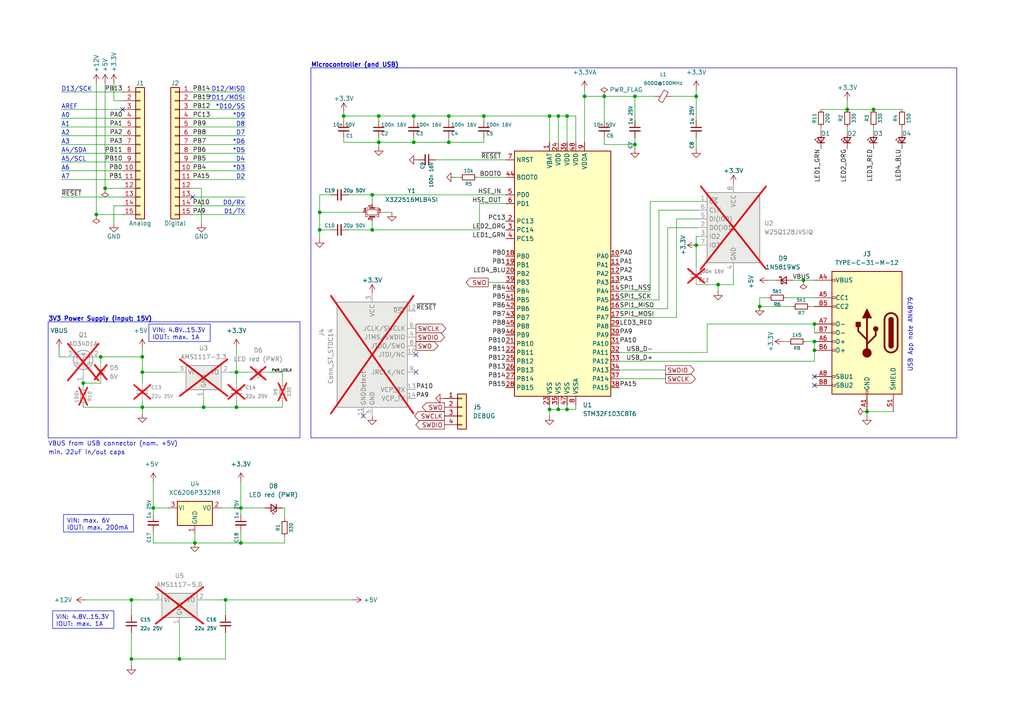
<source format=kicad_sch>
(kicad_sch (version 20230121) (generator eeschema)
  (paper "A4")
  (title_block (title "STM32F1 Nano") (date "2023-08-23") (company "easy-smart solution GmbH"))
  (lib_symbols
    (symbol "Connector:Conn_ST_STDC14"
      (property "Reference" "J" (at -8.89 16.51 0))
      (property "Value" "Conn_ST_STDC14" (at 17.78 16.51 0))
      (symbol "Conn_ST_STDC14_1_1"
        (pin no_connect line (at -10.16 5.08 0) (length 2.54) hide (name "NC") (number "1"))
        (pin output line (at 12.7 0 180) (length 2.54) (name "JTDI/NC") (number "10"))
        (pin passive line (at -2.54 -17.78 90) (length 2.54) (name "GNDDetect") (number "11"))
        (pin open_collector line (at 12.7 12.7 180) (length 2.54) (name "~{RST}") (number "12"))
        (pin output line (at 12.7 -10.16 180) (length 2.54) (name "VCP_RX") (number "13"))
        (pin input line (at 12.7 -12.7 180) (length 2.54) (name "VCP_TX") (number "14"))
        (pin no_connect line (at -10.16 2.54 0) (length 2.54) hide (name "NC") (number "2"))
        (pin power_in line (at 0 17.78 270) (length 2.54) (name "VCC") (number "3"))
        (pin bidirectional line (at 12.7 5.08 180) (length 2.54) (name "JTMS/SWDIO") (number "4"))
        (pin power_in line (at 0 -17.78 90) (length 2.54) (name "GND") (number "5"))
        (pin output line (at 12.7 7.62 180) (length 2.54) (name "JCLK/SWCLK") (number "6"))
        (pin passive line (at 0 -17.78 90) (length 2.54) hide (name "GND") (number "7"))
        (pin input line (at 12.7 2.54 180) (length 2.54) (name "JTDO/SWO") (number "8"))
        (pin input line (at 12.7 -5.08 180) (length 2.54) (name "JRCLK/NC") (number "9"))
      )
    )
    (symbol "Connector_Generic:Conn_01x04" (pin_names (offset 1.016) hide)
      (property "Reference" "J" (at 0 5.08 0))
      (property "Value" "Conn_01x04" (at 0 -7.62 0))
      (symbol "Conn_01x04_1_1"
        (pin passive line (at -5.08 2.54 0) (length 3.81) (name "Pin_1") (number "1"))
        (pin passive line (at -5.08 0 0) (length 3.81) (name "Pin_2") (number "2"))
        (pin passive line (at -5.08 -2.54 0) (length 3.81) (name "Pin_3") (number "3"))
        (pin passive line (at -5.08 -5.08 0) (length 3.81) (name "Pin_4") (number "4"))
      )
    )
    (symbol "Connector_Generic:Conn_01x15" (pin_names (offset 1.016) hide)
      (property "Reference" "J" (at 0 20.32 0))
      (property "Value" "Conn_01x15" (at 0 -20.32 0))
      (symbol "Conn_01x15_1_1"
        (pin passive line (at -5.08 17.78 0) (length 3.81) (name "Pin_1") (number "1"))
        (pin passive line (at -5.08 -5.08 0) (length 3.81) (name "Pin_10") (number "10"))
        (pin passive line (at -5.08 -7.62 0) (length 3.81) (name "Pin_11") (number "11"))
        (pin passive line (at -5.08 -10.16 0) (length 3.81) (name "Pin_12") (number "12"))
        (pin passive line (at -5.08 -12.7 0) (length 3.81) (name "Pin_13") (number "13"))
        (pin passive line (at -5.08 -15.24 0) (length 3.81) (name "Pin_14") (number "14"))
        (pin passive line (at -5.08 -17.78 0) (length 3.81) (name "Pin_15") (number "15"))
        (pin passive line (at -5.08 15.24 0) (length 3.81) (name "Pin_2") (number "2"))
        (pin passive line (at -5.08 12.7 0) (length 3.81) (name "Pin_3") (number "3"))
        (pin passive line (at -5.08 10.16 0) (length 3.81) (name "Pin_4") (number "4"))
        (pin passive line (at -5.08 7.62 0) (length 3.81) (name "Pin_5") (number "5"))
        (pin passive line (at -5.08 5.08 0) (length 3.81) (name "Pin_6") (number "6"))
        (pin passive line (at -5.08 2.54 0) (length 3.81) (name "Pin_7") (number "7"))
        (pin passive line (at -5.08 0 0) (length 3.81) (name "Pin_8") (number "8"))
        (pin passive line (at -5.08 -2.54 0) (length 3.81) (name "Pin_9") (number "9"))
      )
    )
    (symbol "Device:C_Small" (pin_numbers hide) (pin_names (offset 0.254) hide)
      (property "Reference" "C" (at 0.254 1.778 0))
      (property "Value" "C_Small" (at 0.254 -2.032 0))
      (symbol "C_Small_1_1"
        (pin passive line (at 0 2.54 270) (length 2.032) (name "~") (number "1"))
        (pin passive line (at 0 -2.54 90) (length 2.032) (name "~") (number "2"))
      )
    )
    (symbol "Device:Crystal_GND24_Small" (pin_names (offset 1.016) hide)
      (property "Reference" "Y" (at 1.27 4.445 0))
      (property "Value" "Crystal_GND24_Small" (at 1.27 2.54 0))
      (symbol "Crystal_GND24_Small_1_1"
        (pin passive line (at -2.54 0 0) (length 1.27) (name "1") (number "1"))
        (pin passive line (at 0 -2.54 90) (length 0.635) (name "2") (number "2"))
        (pin passive line (at 2.54 0 180) (length 1.27) (name "3") (number "3"))
        (pin passive line (at 0 2.54 270) (length 0.635) (name "4") (number "4"))
      )
    )
    (symbol "Device:D_Schottky_Small" (pin_numbers hide) (pin_names (offset 0.254) hide)
      (property "Reference" "D" (at -1.27 2.032 0))
      (property "Value" "D_Schottky_Small" (at -7.112 -2.032 0))
      (symbol "D_Schottky_Small_1_1"
        (pin passive line (at -2.54 0 0) (length 1.778) (name "K") (number "1"))
        (pin passive line (at 2.54 0 180) (length 1.778) (name "A") (number "2"))
      )
    )
    (symbol "Device:D_Zener_Small" (pin_numbers hide) (pin_names (offset 0.254) hide)
      (property "Reference" "D" (at 0 2.286 0))
      (property "Value" "D_Zener_Small" (at 0 -2.286 0))
      (symbol "D_Zener_Small_1_1"
        (pin passive line (at -2.54 0 0) (length 1.778) (name "K") (number "1"))
        (pin passive line (at 2.54 0 180) (length 1.778) (name "A") (number "2"))
      )
    )
    (symbol "Device:FerriteBead_Small" (pin_numbers hide) (pin_names (offset 0))
      (property "Reference" "FB" (at 1.905 1.27 0))
      (property "Value" "FerriteBead_Small" (at 1.905 -1.27 0))
      (symbol "FerriteBead_Small_1_1"
        (pin passive line (at 0 2.54 270) (length 1.27) (name "~") (number "1"))
        (pin passive line (at 0 -2.54 90) (length 1.27) (name "~") (number "2"))
      )
    )
    (symbol "Device:LED_Small" (pin_numbers hide) (pin_names (offset 0.254) hide)
      (property "Reference" "D" (at -1.27 3.175 0))
      (property "Value" "LED_Small" (at -4.445 -2.54 0))
      (symbol "LED_Small_1_1"
        (pin passive line (at -2.54 0 0) (length 1.778) (name "K") (number "1"))
        (pin passive line (at 2.54 0 180) (length 1.778) (name "A") (number "2"))
      )
    )
    (symbol "Device:R_Small" (pin_numbers hide) (pin_names (offset 0.254) hide)
      (property "Reference" "R" (at 0.762 0.508 0))
      (property "Value" "R_Small" (at 0.762 -1.016 0))
      (symbol "R_Small_1_1"
        (pin passive line (at 0 2.54 270) (length 0.762) (name "~") (number "1"))
        (pin passive line (at 0 -2.54 90) (length 0.762) (name "~") (number "2"))
      )
    )
    (symbol "MCU_ST_STM32F1:STM32F103C8Tx"
      (property "Reference" "U" (at -15.24 36.83 0))
      (property "Value" "STM32F103C8Tx" (at 7.62 36.83 0))
      (symbol "STM32F103C8Tx_1_1"
        (pin power_in line (at -5.08 38.1 270) (length 2.54) (name "VBAT") (number "1"))
        (pin bidirectional line (at 15.24 5.08 180) (length 2.54) (name "PA0") (number "10"))
        (pin bidirectional line (at 15.24 2.54 180) (length 2.54) (name "PA1") (number "11"))
        (pin bidirectional line (at 15.24 0 180) (length 2.54) (name "PA2") (number "12"))
        (pin bidirectional line (at 15.24 -2.54 180) (length 2.54) (name "PA3") (number "13"))
        (pin bidirectional line (at 15.24 -5.08 180) (length 2.54) (name "PA4") (number "14"))
        (pin bidirectional line (at 15.24 -7.62 180) (length 2.54) (name "PA5") (number "15"))
        (pin bidirectional line (at 15.24 -10.16 180) (length 2.54) (name "PA6") (number "16"))
        (pin bidirectional line (at 15.24 -12.7 180) (length 2.54) (name "PA7") (number "17"))
        (pin bidirectional line (at -17.78 5.08 0) (length 2.54) (name "PB0") (number "18"))
        (pin bidirectional line (at -17.78 2.54 0) (length 2.54) (name "PB1") (number "19"))
        (pin bidirectional line (at -17.78 15.24 0) (length 2.54) (name "PC13") (number "2"))
        (pin bidirectional line (at -17.78 0 0) (length 2.54) (name "PB2") (number "20"))
        (pin bidirectional line (at -17.78 -20.32 0) (length 2.54) (name "PB10") (number "21"))
        (pin bidirectional line (at -17.78 -22.86 0) (length 2.54) (name "PB11") (number "22"))
        (pin power_in line (at -5.08 -38.1 90) (length 2.54) (name "VSS") (number "23"))
        (pin power_in line (at -2.54 38.1 270) (length 2.54) (name "VDD") (number "24"))
        (pin bidirectional line (at -17.78 -25.4 0) (length 2.54) (name "PB12") (number "25"))
        (pin bidirectional line (at -17.78 -27.94 0) (length 2.54) (name "PB13") (number "26"))
        (pin bidirectional line (at -17.78 -30.48 0) (length 2.54) (name "PB14") (number "27"))
        (pin bidirectional line (at -17.78 -33.02 0) (length 2.54) (name "PB15") (number "28"))
        (pin bidirectional line (at 15.24 -15.24 180) (length 2.54) (name "PA8") (number "29"))
        (pin bidirectional line (at -17.78 12.7 0) (length 2.54) (name "PC14") (number "3"))
        (pin bidirectional line (at 15.24 -17.78 180) (length 2.54) (name "PA9") (number "30"))
        (pin bidirectional line (at 15.24 -20.32 180) (length 2.54) (name "PA10") (number "31"))
        (pin bidirectional line (at 15.24 -22.86 180) (length 2.54) (name "PA11") (number "32"))
        (pin bidirectional line (at 15.24 -25.4 180) (length 2.54) (name "PA12") (number "33"))
        (pin bidirectional line (at 15.24 -27.94 180) (length 2.54) (name "PA13") (number "34"))
        (pin power_in line (at -2.54 -38.1 90) (length 2.54) (name "VSS") (number "35"))
        (pin power_in line (at 0 38.1 270) (length 2.54) (name "VDD") (number "36"))
        (pin bidirectional line (at 15.24 -30.48 180) (length 2.54) (name "PA14") (number "37"))
        (pin bidirectional line (at 15.24 -33.02 180) (length 2.54) (name "PA15") (number "38"))
        (pin bidirectional line (at -17.78 -2.54 0) (length 2.54) (name "PB3") (number "39"))
        (pin bidirectional line (at -17.78 10.16 0) (length 2.54) (name "PC15") (number "4"))
        (pin bidirectional line (at -17.78 -5.08 0) (length 2.54) (name "PB4") (number "40"))
        (pin bidirectional line (at -17.78 -7.62 0) (length 2.54) (name "PB5") (number "41"))
        (pin bidirectional line (at -17.78 -10.16 0) (length 2.54) (name "PB6") (number "42"))
        (pin bidirectional line (at -17.78 -12.7 0) (length 2.54) (name "PB7") (number "43"))
        (pin input line (at -17.78 27.94 0) (length 2.54) (name "BOOT0") (number "44"))
        (pin bidirectional line (at -17.78 -15.24 0) (length 2.54) (name "PB8") (number "45"))
        (pin bidirectional line (at -17.78 -17.78 0) (length 2.54) (name "PB9") (number "46"))
        (pin power_in line (at 0 -38.1 90) (length 2.54) (name "VSS") (number "47"))
        (pin power_in line (at 2.54 38.1 270) (length 2.54) (name "VDD") (number "48"))
        (pin input line (at -17.78 22.86 0) (length 2.54) (name "PD0") (number "5"))
        (pin input line (at -17.78 20.32 0) (length 2.54) (name "PD1") (number "6"))
        (pin input line (at -17.78 33.02 0) (length 2.54) (name "NRST") (number "7"))
        (pin power_in line (at 2.54 -38.1 90) (length 2.54) (name "VSSA") (number "8"))
        (pin power_in line (at 5.08 38.1 270) (length 2.54) (name "VDDA") (number "9"))
      )
    )
    (symbol "Memory_Flash:W25Q32JVSS"
      (property "Reference" "U" (at -6.35 11.43 0))
      (property "Value" "W25Q32JVSS" (at 7.62 11.43 0))
      (symbol "W25Q32JVSS_1_1"
        (pin input line (at -10.16 7.62 0) (length 2.54) (name "~{CS}") (number "1"))
        (pin bidirectional line (at -10.16 0 0) (length 2.54) (name "DO(IO1)") (number "2"))
        (pin bidirectional line (at -10.16 -2.54 0) (length 2.54) (name "IO2") (number "3"))
        (pin power_in line (at 0 -12.7 90) (length 2.54) (name "GND") (number "4"))
        (pin bidirectional line (at -10.16 2.54 0) (length 2.54) (name "DI(IO0)") (number "5"))
        (pin input line (at -10.16 5.08 0) (length 2.54) (name "CLK") (number "6"))
        (pin bidirectional line (at -10.16 -5.08 0) (length 2.54) (name "IO3") (number "7"))
        (pin power_in line (at 0 12.7 270) (length 2.54) (name "VCC") (number "8"))
      )
    )
    (symbol "Project_Library:USB_C_Receptacle_USB2.0" (pin_names (offset 1.016))
      (property "Reference" "J1" (at -11.43 1.2701 0))
      (property "Value" "TYPE-C-31-M-12" (at -11.43 -1.2699 0))
      (symbol "USB_C_Receptacle_USB2.0_1_1"
        (pin passive line (at 0 -22.86 90) (length 5.08) (name "GND") (number "A1"))
        (pin passive line (at 0 -22.86 90) (length 5.08) hide (name "GND") (number "A12"))
        (pin passive line (at 15.24 15.24 180) (length 5.08) (name "VBUS") (number "A4"))
        (pin bidirectional line (at 15.24 10.16 180) (length 5.08) (name "CC1") (number "A5"))
        (pin bidirectional line (at 15.24 -2.54 180) (length 5.08) (name "D+") (number "A6"))
        (pin bidirectional line (at 15.24 2.54 180) (length 5.08) (name "D-") (number "A7"))
        (pin bidirectional line (at 15.24 -12.7 180) (length 5.08) (name "SBU1") (number "A8"))
        (pin passive line (at 15.24 15.24 180) (length 5.08) hide (name "VBUS") (number "A9"))
        (pin passive line (at 0 -22.86 90) (length 5.08) hide (name "GND") (number "B1"))
        (pin passive line (at 0 -22.86 90) (length 5.08) hide (name "GND") (number "B12"))
        (pin passive line (at 15.24 15.24 180) (length 5.08) hide (name "VBUS") (number "B4"))
        (pin bidirectional line (at 15.24 7.62 180) (length 5.08) (name "CC2") (number "B5"))
        (pin bidirectional line (at 15.24 -5.08 180) (length 5.08) (name "D+") (number "B6"))
        (pin bidirectional line (at 15.24 0 180) (length 5.08) (name "D-") (number "B7"))
        (pin bidirectional line (at 15.24 -15.24 180) (length 5.08) (name "SBU2") (number "B8"))
        (pin passive line (at 15.24 15.24 180) (length 5.08) hide (name "VBUS") (number "B9"))
        (pin passive line (at -7.62 -22.86 90) (length 5.08) (name "SHIELD") (number "S1"))
      )
    )
    (symbol "Regulator_Linear:AMS1117-3.3"
      (property "Reference" "U" (at -3.81 3.175 0))
      (property "Value" "AMS1117-3.3" (at 0 3.175 0))
      (symbol "AMS1117-3.3_1_1"
        (pin power_in line (at 0 -7.62 90) (length 2.54) (name "GND") (number "1"))
        (pin power_out line (at 7.62 0 180) (length 2.54) (name "VO") (number "2"))
        (pin power_in line (at -7.62 0 0) (length 2.54) (name "VI") (number "3"))
      )
    )
    (symbol "Regulator_Linear:XC6206PxxxMR" (pin_names (offset 0.254))
      (property "Reference" "U" (at -3.81 3.175 0))
      (property "Value" "XC6206PxxxMR" (at 0 3.175 0))
      (symbol "XC6206PxxxMR_1_1"
        (pin power_in line (at 0 -7.62 90) (length 2.54) (name "GND") (number "1"))
        (pin power_out line (at 7.62 0 180) (length 2.54) (name "VO") (number "2"))
        (pin power_in line (at -7.62 0 0) (length 2.54) (name "VI") (number "3"))
      )
    )
    (symbol "Transistor_FET:AO3401A" (pin_names hide)
      (property "Reference" "Q" (at 5.08 1.905 0))
      (property "Value" "AO3401A" (at 5.08 0 0))
      (symbol "AO3401A_1_1"
        (pin input line (at -5.08 0 0) (length 2.54) (name "G") (number "1"))
        (pin passive line (at 2.54 -5.08 90) (length 2.54) (name "S") (number "2"))
        (pin passive line (at 2.54 5.08 270) (length 2.54) (name "D") (number "3"))
      )
    )
    (symbol "power:+12V" (power) (pin_names (offset 0))
      (property "Value" "+12V" (at 0 3.556 0))
      (symbol "+12V_1_1"
        (pin power_in line (at 0 0 90) (length 0) hide (name "+12V") (number "1"))
      )
    )
    (symbol "power:+3.3V" (power) (pin_names (offset 0))
      (property "Value" "+3.3V" (at 0 3.556 0))
      (symbol "+3.3V_1_1"
        (pin power_in line (at 0 0 90) (length 0) hide (name "+3.3V") (number "1"))
      )
    )
    (symbol "power:+3.3VA" (power) (pin_names (offset 0))
      (property "Value" "+3.3VA" (at 0 3.556 0))
      (symbol "+3.3VA_1_1"
        (pin power_in line (at 0 0 90) (length 0) hide (name "+3.3VA") (number "1"))
      )
    )
    (symbol "power:+5V" (power) (pin_names (offset 0))
      (property "Value" "+5V" (at 0 3.556 0))
      (symbol "+5V_1_1"
        (pin power_in line (at 0 0 90) (length 0) hide (name "+5V") (number "1"))
      )
    )
    (symbol "power:GND" (power) (pin_names (offset 0))
      (property "Value" "GND" (at 0 -3.81 0))
      (symbol "GND_1_1"
        (pin power_in line (at 0 0 270) (length 0) hide (name "GND") (number "1"))
      )
    )
    (symbol "power:PWR_FLAG" (power) (pin_numbers hide) (pin_names (offset 0) hide)
      (property "Value" "PWR_FLAG" (at 0 3.81 0))
      (symbol "PWR_FLAG_0_0"
        (pin power_out line (at 0 0 90) (length 0) (name "pwr") (number "1"))
      )
    )
    (symbol "power:VBUS" (power) (pin_names (offset 0))
      (property "Value" "VBUS" (at 0 3.81 0))
      (symbol "VBUS_1_1"
        (pin power_in line (at 0 0 90) (length 0) hide (name "VBUS") (number "1"))
      )
    )
  )
  (junction (at 130.175 41.275))
  (junction (at 253.365 31.75))
  (junction (at 109.855 33.655))
  (junction (at 164.465 118.745))
  (junction (at 233.045 81.28))
  (junction (at 159.385 118.745))
  (junction (at 69.85 147.32))
  (junction (at 245.745 31.75))
  (junction (at 208.28 82.55))
  (junction (at 41.275 103.505))
  (junction (at 236.22 93.98))
  (junction (at 38.1 173.99))
  (junction (at 251.46 119.38))
  (junction (at 107.95 56.515))
  (junction (at 201.93 27.94))
  (junction (at 169.545 27.94))
  (junction (at 130.175 33.655))
  (junction (at 109.855 41.275))
  (junction (at 159.385 33.655))
  (junction (at 68.58 107.95))
  (junction (at 56.515 157.48))
  (junction (at 29.21 103.505))
  (junction (at 161.925 33.655))
  (junction (at 44.45 147.32))
  (junction (at 220.345 88.9))
  (junction (at 175.26 27.94))
  (junction (at 99.695 33.655))
  (junction (at 140.335 33.655))
  (junction (at 92.71 66.675))
  (junction (at 41.275 118.11))
  (junction (at 184.15 41.91))
  (junction (at 92.71 61.595))
  (junction (at 164.465 33.655))
  (junction (at 41.275 107.95))
  (junction (at 59.055 118.11))
  (junction (at 236.22 101.6))
  (junction (at 120.015 41.275))
  (junction (at 107.95 66.675))
  (junction (at 68.58 118.11))
  (junction (at 27.94 62.23))
  (junction (at 65.405 173.99))
  (junction (at 120.015 33.655))
  (junction (at 236.22 99.06))
  (junction (at 69.85 157.48))
  (junction (at 201.93 71.12))
  (junction (at 184.15 27.94))
  (junction (at 30.48 54.61))
  (junction (at 38.1 191.135))
  (junction (at 52.07 191.135))
  (junction (at 24.13 111.125))
  (junction (at 161.925 118.745))
  (no_connect (at 35.56 31.75))
  (no_connect (at 120.65 102.87))
  (no_connect (at 120.65 107.95))
  (no_connect (at 236.22 111.76))
  (no_connect (at 55.88 57.15))
  (no_connect (at 105.41 120.65))
  (no_connect (at 236.22 109.22))
  (wire (pts (xy 55.88 59.69) (xy 71.12 59.69)))
  (wire (pts (xy 169.545 27.94) (xy 175.26 27.94)))
  (wire (pts (xy 228.6 99.06) (xy 227.33 99.06)))
  (wire (pts (xy 167.005 41.275) (xy 167.005 33.655)))
  (wire (pts (xy 253.365 36.83) (xy 253.365 38.1)))
  (wire (pts (xy 35.56 29.21) (xy 33.02 29.21)))
  (wire (pts (xy 179.705 107.315) (xy 193.04 107.315)))
  (wire (pts (xy 69.85 147.32) (xy 69.85 149.225)))
  (wire (pts (xy 140.335 33.655) (xy 159.385 33.655)))
  (wire (pts (xy 130.175 41.275) (xy 140.335 41.275)))
  (wire (pts (xy 109.855 41.275) (xy 120.015 41.275)))
  (wire (pts (xy 188.595 58.42) (xy 202.565 58.42)))
  (wire (pts (xy 69.85 139.7) (xy 69.85 147.32)))
  (wire (pts (xy 109.855 42.545) (xy 109.855 41.275)))
  (wire (pts (xy 100.965 56.515) (xy 107.95 56.515)))
  (wire (pts (xy 81.915 118.11) (xy 81.915 116.205)))
  (wire (pts (xy 159.385 118.745) (xy 161.925 118.745)))
  (wire (pts (xy 184.15 27.94) (xy 184.15 34.925)))
  (wire (pts (xy 100.965 66.675) (xy 107.95 66.675)))
  (wire (pts (xy 130.175 33.655) (xy 120.015 33.655)))
  (wire (pts (xy 109.855 33.655) (xy 99.695 33.655)))
  (wire (pts (xy 138.43 51.435) (xy 146.685 51.435)))
  (wire (pts (xy 38.1 191.135) (xy 38.1 193.04)))
  (wire (pts (xy 164.465 118.745) (xy 167.005 118.745)))
  (wire (pts (xy 17.78 44.45) (xy 35.56 44.45)))
  (wire (pts (xy 24.13 111.125) (xy 29.21 111.125)))
  (wire (pts (xy 51.435 107.95) (xy 41.275 107.95)))
  (wire (pts (xy 41.275 120.015) (xy 41.275 118.11)))
  (wire (pts (xy 69.85 157.48) (xy 82.55 157.48)))
  (wire (pts (xy 193.675 66.04) (xy 202.565 66.04)))
  (wire (pts (xy 30.48 24.13) (xy 30.48 54.61)))
  (wire (pts (xy 35.56 54.61) (xy 30.48 54.61)))
  (wire (pts (xy 107.95 64.135) (xy 107.95 66.675)))
  (wire (pts (xy 24.13 117.475) (xy 24.13 118.11)))
  (wire (pts (xy 17.78 49.53) (xy 35.56 49.53)))
  (wire (pts (xy 159.385 118.745) (xy 159.385 120.65)))
  (wire (pts (xy 77.47 107.95) (xy 81.915 107.95)))
  (wire (pts (xy 229.87 81.28) (xy 233.045 81.28)))
  (wire (pts (xy 69.85 147.32) (xy 76.835 147.32)))
  (wire (pts (xy 193.675 89.535) (xy 193.675 66.04)))
  (polyline (pts (xy 13.97 93.345) (xy 86.995 93.345)))
  (wire (pts (xy 208.28 82.55) (xy 208.28 84.455)))
  (wire (pts (xy 29.21 103.505) (xy 41.275 103.505)))
  (wire (pts (xy 17.78 39.37) (xy 35.56 39.37)))
  (wire (pts (xy 130.175 33.655) (xy 130.175 34.925)))
  (wire (pts (xy 65.405 183.515) (xy 65.405 191.135)))
  (wire (pts (xy 99.695 41.275) (xy 109.855 41.275)))
  (wire (pts (xy 17.78 41.91) (xy 35.56 41.91)))
  (wire (pts (xy 201.93 68.58) (xy 202.565 68.58)))
  (wire (pts (xy 29.21 111.125) (xy 29.21 110.49)))
  (wire (pts (xy 236.22 101.6) (xy 236.22 104.775)))
  (wire (pts (xy 44.45 147.32) (xy 48.895 147.32)))
  (wire (pts (xy 66.675 107.95) (xy 68.58 107.95)))
  (wire (pts (xy 55.88 31.75) (xy 71.12 31.75)))
  (wire (pts (xy 201.93 26.035) (xy 201.93 27.94)))
  (polyline (pts (xy 86.995 127) (xy 86.995 93.345)))
  (wire (pts (xy 236.22 88.9) (xy 234.95 88.9)))
  (wire (pts (xy 132.08 51.435) (xy 133.35 51.435)))
  (wire (pts (xy 161.925 41.275) (xy 161.925 33.655)))
  (wire (pts (xy 69.85 154.305) (xy 69.85 157.48)))
  (wire (pts (xy 236.22 99.06) (xy 233.68 99.06)))
  (wire (pts (xy 194.945 27.94) (xy 201.93 27.94)))
  (wire (pts (xy 81.915 107.95) (xy 81.915 111.125)))
  (wire (pts (xy 196.215 63.5) (xy 202.565 63.5)))
  (wire (pts (xy 212.725 82.55) (xy 208.28 82.55)))
  (wire (pts (xy 196.215 92.075) (xy 196.215 63.5)))
  (wire (pts (xy 245.745 31.75) (xy 253.365 31.75)))
  (wire (pts (xy 179.705 84.455) (xy 188.595 84.455)))
  (wire (pts (xy 92.71 69.215) (xy 92.71 66.675)))
  (wire (pts (xy 17.145 103.505) (xy 19.05 103.505)))
  (wire (pts (xy 222.885 86.36) (xy 220.345 86.36)))
  (wire (pts (xy 201.93 68.58) (xy 201.93 71.12)))
  (wire (pts (xy 55.88 36.83) (xy 71.12 36.83)))
  (wire (pts (xy 44.45 139.7) (xy 44.45 147.32)))
  (wire (pts (xy 55.88 39.37) (xy 71.12 39.37)))
  (polyline (pts (xy 90.17 19.685) (xy 90.17 127)))
  (wire (pts (xy 52.07 191.135) (xy 38.1 191.135)))
  (wire (pts (xy 193.04 109.855) (xy 179.705 109.855)))
  (wire (pts (xy 175.26 27.94) (xy 184.15 27.94)))
  (polyline (pts (xy 90.17 19.685) (xy 277.495 19.685)))
  (wire (pts (xy 236.22 93.98) (xy 236.22 96.52)))
  (wire (pts (xy 29.21 105.41) (xy 29.21 103.505)))
  (wire (pts (xy 92.71 66.675) (xy 95.885 66.675)))
  (wire (pts (xy 17.145 100.965) (xy 17.145 103.505)))
  (wire (pts (xy 44.45 157.48) (xy 56.515 157.48)))
  (wire (pts (xy 38.1 191.135) (xy 38.1 183.515)))
  (wire (pts (xy 24.13 118.11) (xy 41.275 118.11)))
  (wire (pts (xy 164.465 33.655) (xy 161.925 33.655)))
  (wire (pts (xy 41.275 103.505) (xy 41.275 100.965)))
  (wire (pts (xy 120.015 33.655) (xy 120.015 34.925)))
  (wire (pts (xy 238.125 36.83) (xy 238.125 38.1)))
  (wire (pts (xy 55.88 52.07) (xy 71.12 52.07)))
  (wire (pts (xy 17.78 36.83) (xy 35.56 36.83)))
  (wire (pts (xy 82.55 147.32) (xy 81.915 147.32)))
  (wire (pts (xy 202.565 71.12) (xy 201.93 71.12)))
  (wire (pts (xy 17.78 46.99) (xy 35.56 46.99)))
  (polyline (pts (xy 13.97 93.345) (xy 13.97 127)))
  (wire (pts (xy 41.275 118.11) (xy 59.055 118.11)))
  (wire (pts (xy 41.275 107.95) (xy 41.275 111.125)))
  (wire (pts (xy 233.045 81.28) (xy 236.22 81.28)))
  (wire (pts (xy 222.885 81.28) (xy 224.79 81.28)))
  (wire (pts (xy 68.58 107.95) (xy 68.58 100.965)))
  (wire (pts (xy 92.71 61.595) (xy 105.41 61.595)))
  (wire (pts (xy 92.71 66.675) (xy 92.71 61.595)))
  (wire (pts (xy 259.08 119.38) (xy 251.46 119.38)))
  (wire (pts (xy 17.78 31.75) (xy 35.56 31.75)))
  (wire (pts (xy 109.855 33.655) (xy 109.855 34.925)))
  (wire (pts (xy 184.15 27.94) (xy 189.865 27.94)))
  (wire (pts (xy 113.665 61.595) (xy 110.49 61.595)))
  (wire (pts (xy 99.695 33.655) (xy 99.695 34.925)))
  (wire (pts (xy 65.405 191.135) (xy 52.07 191.135)))
  (wire (pts (xy 55.88 44.45) (xy 71.12 44.45)))
  (wire (pts (xy 33.02 24.13) (xy 33.02 29.21)))
  (wire (pts (xy 55.88 54.61) (xy 58.42 54.61)))
  (wire (pts (xy 261.62 36.83) (xy 261.62 38.1)))
  (wire (pts (xy 64.135 147.32) (xy 69.85 147.32)))
  (wire (pts (xy 38.1 173.99) (xy 38.1 178.435)))
  (wire (pts (xy 107.95 56.515) (xy 107.95 59.055)))
  (wire (pts (xy 179.705 86.995) (xy 191.135 86.995)))
  (wire (pts (xy 220.345 86.36) (xy 220.345 88.9)))
  (wire (pts (xy 161.925 118.745) (xy 161.925 117.475)))
  (wire (pts (xy 238.125 31.75) (xy 245.745 31.75)))
  (wire (pts (xy 52.07 181.61) (xy 52.07 191.135)))
  (wire (pts (xy 55.88 26.67) (xy 71.12 26.67)))
  (wire (pts (xy 27.94 24.13) (xy 27.94 62.23)))
  (wire (pts (xy 35.56 62.23) (xy 27.94 62.23)))
  (polyline (pts (xy 13.97 127) (xy 86.995 127)))
  (wire (pts (xy 68.58 118.11) (xy 68.58 116.205)))
  (wire (pts (xy 59.055 118.11) (xy 68.58 118.11)))
  (wire (pts (xy 56.515 157.48) (xy 56.515 154.94)))
  (wire (pts (xy 17.78 57.15) (xy 35.56 57.15)))
  (wire (pts (xy 251.46 119.38) (xy 251.46 120.65)))
  (wire (pts (xy 65.405 173.99) (xy 102.235 173.99)))
  (wire (pts (xy 99.695 32.385) (xy 99.695 33.655)))
  (wire (pts (xy 92.71 56.515) (xy 95.885 56.515)))
  (wire (pts (xy 140.335 34.925) (xy 140.335 33.655)))
  (wire (pts (xy 55.88 41.91) (xy 71.12 41.91)))
  (wire (pts (xy 107.95 66.675) (xy 139.065 66.675)))
  (wire (pts (xy 109.855 41.275) (xy 109.855 40.005)))
  (wire (pts (xy 55.88 46.99) (xy 71.12 46.99)))
  (wire (pts (xy 68.58 107.95) (xy 72.39 107.95)))
  (wire (pts (xy 24.765 173.99) (xy 38.1 173.99)))
  (wire (pts (xy 120.015 41.275) (xy 130.175 41.275)))
  (wire (pts (xy 82.55 155.575) (xy 82.55 157.48)))
  (wire (pts (xy 59.055 115.57) (xy 59.055 118.11)))
  (wire (pts (xy 201.93 27.94) (xy 201.93 34.925)))
  (wire (pts (xy 17.78 34.29) (xy 35.56 34.29)))
  (wire (pts (xy 120.015 33.655) (xy 109.855 33.655)))
  (wire (pts (xy 179.705 92.075) (xy 196.215 92.075)))
  (wire (pts (xy 169.545 26.035) (xy 169.545 27.94)))
  (wire (pts (xy 179.705 89.535) (xy 193.675 89.535)))
  (wire (pts (xy 167.005 33.655) (xy 164.465 33.655)))
  (wire (pts (xy 164.465 41.275) (xy 164.465 33.655)))
  (wire (pts (xy 140.335 41.275) (xy 140.335 40.005)))
  (wire (pts (xy 140.335 33.655) (xy 130.175 33.655)))
  (wire (pts (xy 92.71 61.595) (xy 92.71 56.515)))
  (wire (pts (xy 229.87 88.9) (xy 220.345 88.9)))
  (wire (pts (xy 164.465 117.475) (xy 164.465 118.745)))
  (wire (pts (xy 17.78 26.67) (xy 35.56 26.67)))
  (wire (pts (xy 55.88 49.53) (xy 71.12 49.53)))
  (wire (pts (xy 161.925 33.655) (xy 159.385 33.655)))
  (wire (pts (xy 245.745 29.21) (xy 245.745 31.75)))
  (wire (pts (xy 205.105 93.98) (xy 205.105 102.235)))
  (wire (pts (xy 59.69 173.99) (xy 65.405 173.99)))
  (wire (pts (xy 68.58 118.11) (xy 81.915 118.11)))
  (wire (pts (xy 161.925 118.745) (xy 164.465 118.745)))
  (wire (pts (xy 17.78 52.07) (xy 35.56 52.07)))
  (wire (pts (xy 191.135 86.995) (xy 191.135 60.96)))
  (wire (pts (xy 212.725 82.55) (xy 212.725 78.74)))
  (wire (pts (xy 99.695 40.005) (xy 99.695 41.275)))
  (wire (pts (xy 55.88 34.29) (xy 71.12 34.29)))
  (wire (pts (xy 120.015 41.275) (xy 120.015 40.005)))
  (wire (pts (xy 55.88 57.15) (xy 71.12 57.15)))
  (wire (pts (xy 44.45 154.305) (xy 44.45 157.48)))
  (wire (pts (xy 65.405 173.99) (xy 65.405 178.435)))
  (wire (pts (xy 175.26 27.94) (xy 175.26 34.925)))
  (wire (pts (xy 179.705 102.235) (xy 205.105 102.235)))
  (wire (pts (xy 58.42 54.61) (xy 58.42 64.77)))
  (polyline (pts (xy 90.17 127) (xy 277.495 127)))
  (wire (pts (xy 167.005 118.745) (xy 167.005 117.475)))
  (wire (pts (xy 253.365 31.75) (xy 261.62 31.75)))
  (wire (pts (xy 126.365 46.355) (xy 146.685 46.355)))
  (wire (pts (xy 139.065 59.055) (xy 139.065 66.675)))
  (wire (pts (xy 179.705 104.775) (xy 236.22 104.775)))
  (wire (pts (xy 188.595 84.455) (xy 188.595 58.42)))
  (wire (pts (xy 141.605 81.915) (xy 146.685 81.915)))
  (wire (pts (xy 55.88 62.23) (xy 71.12 62.23)))
  (wire (pts (xy 175.26 40.005) (xy 175.26 41.91)))
  (wire (pts (xy 236.22 93.98) (xy 205.105 93.98)))
  (wire (pts (xy 44.45 149.225) (xy 44.45 147.32)))
  (wire (pts (xy 236.22 86.36) (xy 227.965 86.36)))
  (wire (pts (xy 201.93 71.12) (xy 201.93 77.47)))
  (wire (pts (xy 175.26 41.91) (xy 184.15 41.91)))
  (wire (pts (xy 245.745 36.83) (xy 245.745 38.1)))
  (polyline (pts (xy 277.495 127) (xy 277.495 19.685)))
  (wire (pts (xy 38.1 173.99) (xy 44.45 173.99)))
  (wire (pts (xy 191.135 60.96) (xy 202.565 60.96)))
  (wire (pts (xy 56.515 157.48) (xy 69.85 157.48)))
  (wire (pts (xy 159.385 33.655) (xy 159.385 41.275)))
  (wire (pts (xy 41.275 118.11) (xy 41.275 116.205)))
  (wire (pts (xy 82.55 150.495) (xy 82.55 147.32)))
  (wire (pts (xy 184.15 41.91) (xy 184.15 40.005)))
  (wire (pts (xy 68.58 107.95) (xy 68.58 111.125)))
  (wire (pts (xy 184.15 41.91) (xy 184.15 43.18)))
  (wire (pts (xy 236.22 99.06) (xy 236.22 101.6)))
  (wire (pts (xy 201.93 82.55) (xy 208.28 82.55)))
  (wire (pts (xy 139.065 59.055) (xy 146.685 59.055)))
  (wire (pts (xy 201.93 40.005) (xy 201.93 43.18)))
  (wire (pts (xy 33.02 59.69) (xy 33.02 64.77)))
  (wire (pts (xy 35.56 59.69) (xy 33.02 59.69)))
  (wire (pts (xy 41.275 103.505) (xy 41.275 107.95)))
  (wire (pts (xy 169.545 27.94) (xy 169.545 41.275)))
  (wire (pts (xy 130.175 41.275) (xy 130.175 40.005)))
  (wire (pts (xy 24.13 112.395) (xy 24.13 111.125)))
  (wire (pts (xy 159.385 117.475) (xy 159.385 118.745)))
  (wire (pts (xy 107.95 56.515) (xy 146.685 56.515)))
  (wire (pts (xy 55.88 29.21) (xy 71.12 29.21)))
  (text_box "VIN: 4.8V..15.3V\nIOUT: max. 1A" (at 43.18 93.98 0) (size 17.78 5.08) (effects (font (size 1.27 1.27)) (justify left top)))
  (text_box "VIN: 4.8V..15.3V\nIOUT: max. 1A" (at 15.24 177.165 0) (size 17.78 5.08) (effects (font (size 1.27 1.27)) (justify left top)))
  (text_box "VIN: max. 6V\nIOUT: max. 200mA" (at 18.415 149.225 0) (size 20.32 5.08) (effects (font (size 1.27 1.27)) (justify left top)))
  (text "D7" (at 71.12 39.37 0) (effects (font (size 1.27 1.27)) (justify right bottom)))
  (text "VBUS from USB connector (nom. +5V)" (at 13.97 129.54 0) (effects (font (size 1.27 1.27)) (justify left bottom)))
  (text "D2" (at 71.12 52.07 0) (effects (font (size 1.27 1.27)) (justify right bottom)))
  (text "*D6" (at 71.12 41.91 0) (effects (font (size 1.27 1.27)) (justify right bottom)))
  (text "*D5" (at 71.12 44.45 0) (effects (font (size 1.27 1.27)) (justify right bottom)))
  (text "A1" (at 17.78 36.83 0) (effects (font (size 1.27 1.27)) (justify left bottom)))
  (text "AREF" (at 17.78 31.75 0) (effects (font (size 1.27 1.27)) (justify left bottom)))
  (text "A2" (at 17.78 39.37 0) (effects (font (size 1.27 1.27)) (justify left bottom)))
  (text "D0/RX" (at 71.12 59.69 0) (effects (font (size 1.27 1.27)) (justify right bottom)))
  (text "D8" (at 71.12 36.83 0) (effects (font (size 1.27 1.27)) (justify right bottom)))
  (text "A0" (at 17.78 34.29 0) (effects (font (size 1.27 1.27)) (justify left bottom)))
  (text "A6" (at 17.78 49.53 0) (effects (font (size 1.27 1.27)) (justify left bottom)))
  (text "min. 22uF in/out caps" (at 13.97 132.08 0) (effects (font (size 1.27 1.27)) (justify left bottom)))
  (text "D13/SCK" (at 17.78 26.67 0) (effects (font (size 1.27 1.27)) (justify left bottom)))
  (text "Microcontroller (and USB)" (at 90.17 19.685 0) (effects (font (size 1.27 1.27) (thickness 0.254) bold) (justify left bottom)))
  (text "D12/MISO" (at 71.12 26.67 0) (effects (font (size 1.27 1.27)) (justify right bottom)))
  (text "A7" (at 17.78 52.07 0) (effects (font (size 1.27 1.27)) (justify left bottom)))
  (text "USB App note AN4879" (at 264.795 107.95 90) (effects (font (size 1.27 1.27)) (justify left bottom)))
  (text "A3" (at 17.78 41.91 0) (effects (font (size 1.27 1.27)) (justify left bottom)))
  (text "A4/SDA" (at 17.78 44.45 0) (effects (font (size 1.27 1.27)) (justify left bottom)))
  (text "*D9" (at 71.12 34.29 0) (effects (font (size 1.27 1.27)) (justify right bottom)))
  (text "*D11/MOSI" (at 71.12 29.21 0) (effects (font (size 1.27 1.27)) (justify right bottom)))
  (text "3V3 Power Supply (Input: 15V)" (at 13.97 93.345 0) (effects (font (size 1.27 1.27) (thickness 0.254) bold) (justify left bottom)))
  (text "A5/SCL" (at 17.78 46.99 0) (effects (font (size 1.27 1.27)) (justify left bottom)))
  (text "*D10/SS" (at 71.12 31.75 0) (effects (font (size 1.27 1.27)) (justify right bottom)))
  (text "D1/TX" (at 71.12 62.23 0) (effects (font (size 1.27 1.27)) (justify right bottom)))
  (text "D4" (at 71.12 46.99 0) (effects (font (size 1.27 1.27)) (justify right bottom)))
  (text "*D3" (at 71.12 49.53 0) (effects (font (size 1.27 1.27)) (justify right bottom)))
  (label "VBUS" (at 229.87 81.28 0))
  (label "LED4_BLU" (at 146.685 79.375 180))
  (label "PB7" (at 146.685 92.075 180))
  (label "PB11" (at 146.685 102.235 180))
  (label "PB5" (at 55.88 46.99 0))
  (label "PB1" (at 35.56 52.07 180))
  (label "PB6" (at 55.88 44.45 0))
  (label "LED3_RED" (at 253.365 43.18 270))
  (label "SPI1_MISO" (at 179.705 89.535 0))
  (label "LED2_ORG" (at 146.685 66.675 180))
  (label "LED3_RED" (at 179.705 94.615 0))
  (label "PA10" (at 179.705 99.695 0))
  (label "PA10" (at 55.88 59.69 0))
  (label "PA1" (at 179.705 76.835 0))
  (label "PA3" (at 35.56 41.91 180))
  (label "PB8" (at 146.685 94.615 180))
  (label "SPI1_NSS" (at 179.705 84.455 0))
  (label "PA0" (at 35.56 34.29 180))
  (label "PB0" (at 35.56 49.53 180))
  (label "PB10" (at 35.56 46.99 180))
  (label "PB11" (at 35.56 44.45 180))
  (label "PWR_LED_K" (at 78.74 107.95 0) (effects (font (size 0.7 0.7))))
  (label "~{RESET}" (at 145.415 46.355 180))
  (label "PB15" (at 55.88 29.21 0))
  (label "BOOT0" (at 145.415 51.435 180))
  (label "USB_D+" (at 181.61 104.775 0))
  (label "PB9" (at 55.88 36.83 0))
  (label "USB_D-" (at 181.61 102.235 0))
  (label "LED4_BLU" (at 261.62 43.18 270))
  (label "PA3" (at 179.705 81.915 0))
  (label "PB9" (at 146.685 97.155 180))
  (label "PB13" (at 146.685 107.315 180))
  (label "PB4" (at 146.685 84.455 180))
  (label "PB1" (at 146.685 76.835 180))
  (label "PA10" (at 120.65 113.03 0))
  (label "PB14" (at 146.685 109.855 180))
  (label "PA2" (at 179.705 79.375 0))
  (label "PB14" (at 55.88 26.67 0))
  (label "PA1" (at 35.56 36.83 180))
  (label "PB10" (at 146.685 99.695 180))
  (label "LED2_ORG" (at 245.745 43.18 270))
  (label "PB5" (at 146.685 86.995 180))
  (label "PA15" (at 179.705 112.395 0))
  (label "PC13" (at 146.685 64.135 180))
  (label "PB0" (at 146.685 74.295 180))
  (label "PB8" (at 55.88 39.37 0))
  (label "PA2" (at 35.56 39.37 180))
  (label "PB4" (at 55.88 49.53 0))
  (label "HSE_OUT" (at 145.415 59.055 180))
  (label "PA9" (at 179.705 97.155 0))
  (label "~{RESET}" (at 17.78 57.15 0))
  (label "PA15" (at 55.88 52.07 0))
  (label "PC13" (at 55.88 34.29 0))
  (label "PA0" (at 179.705 74.295 0))
  (label "PA9" (at 120.65 115.57 0))
  (label "SPI1_MOSI" (at 179.705 92.075 0))
  (label "PB15" (at 146.685 112.395 180))
  (label "LED1_GRN" (at 238.125 43.18 270))
  (label "PB7" (at 55.88 41.91 0))
  (label "LED1_GRN" (at 146.685 69.215 180))
  (label "PB12" (at 146.685 104.775 180))
  (label "PB6" (at 146.685 89.535 180))
  (label "HSE_IN" (at 145.415 56.515 180))
  (label "PB12" (at 55.88 31.75 0))
  (label "SPI1_SCK" (at 179.705 86.995 0))
  (label "PB13" (at 35.56 26.67 180))
  (label "PA9" (at 55.88 62.23 0))
  (label "~{RESET}" (at 120.65 90.17 0))
  (global_label "SWO" (shape output) (at 128.905 118.11 180) (property "Intersheetrefs" "${INTERSHEET_REFS}" (effects hide)))
  (global_label "SWDIO" (shape output) (at 128.905 123.19 180) (property "Intersheetrefs" "${INTERSHEET_REFS}" (effects hide)))
  (global_label "SWDIO" (shape output) (at 193.04 107.315 0) (property "Intersheetrefs" "${INTERSHEET_REFS}" (effects hide)))
  (global_label "SWCLK" (shape output) (at 193.04 109.855 0) (property "Intersheetrefs" "${INTERSHEET_REFS}" (effects hide)))
  (global_label "SWDIO" (shape output) (at 120.65 97.79 0) (property "Intersheetrefs" "${INTERSHEET_REFS}" (effects hide)))
  (global_label "SWO" (shape output) (at 141.605 81.915 180) (property "Intersheetrefs" "${INTERSHEET_REFS}" (effects hide)))
  (global_label "SWCLK" (shape output) (at 128.905 120.65 180) (property "Intersheetrefs" "${INTERSHEET_REFS}" (effects hide)))
  (global_label "SWO" (shape output) (at 120.65 100.33 0) (property "Intersheetrefs" "${INTERSHEET_REFS}" (effects hide)))
  (global_label "SWCLK" (shape output) (at 120.65 95.25 0) (property "Intersheetrefs" "${INTERSHEET_REFS}" (effects hide)))
  (symbol (lib_id "Connector_Generic:Conn_01x15") (at 40.64 44.45 0) (unit 1) (in_bom no)
    (property "Reference" "J1" (at 40.64 24.13 0))
    (property "Value" "Analog" (at 40.64 64.77 0))
    (property "Footprint" "Connector_PinHeader_2.54mm:PinHeader_1x15_P2.54mm_Vertical" (effects hide))
  )
  (symbol (lib_id "Connector_Generic:Conn_01x15") (at 50.8 44.45 0) (mirror y) (unit 1) (in_bom no)
    (property "Reference" "J2" (at 50.8 24.13 0))
    (property "Value" "Digital" (at 50.8 64.77 0))
    (property "Footprint" "Connector_PinHeader_2.54mm:PinHeader_1x15_P2.54mm_Vertical" (effects hide))
  )
  (symbol (lib_id "Device:R_Small") (at 82.55 153.035 180) (unit 1)
    (property "Reference" "R1" (at 80.645 153.035 90) (effects (font (size 1 1))))
    (property "Value" "330" (at 84.455 153.035 90) (effects (font (size 1 1))))
    (property "Footprint" "Resistor_SMD:R_0402_1005Metric" (effects hide))
    (property "Description" "62.5mW Thick Film Resistors ±100ppm/℃ ±1% 330Ω 0402  Chip Resistor - Surface Mount ROHS" (effects hide))
    (property "JLCPCB Part #" "C25104" (effects hide))
    (property "Manufacturer" "UNI-ROYAL(Uniroyal Elec)" (effects hide))
    (property "Partnumber" "0402WGF3300TCE" (effects hide))
    (property "isBasicPart" "YES" (effects hide))
  )
  (symbol (lib_id "power:+12V") (at 27.94 24.13 0) (unit 1)
    (property "Reference" "#PWR032" (effects hide))
    (property "Value" "+12V" (at 27.94 18.415 90))
  )
  (symbol (lib_id "power:+3.3V") (at 245.745 29.21 0) (unit 1)
    (property "Reference" "#PWR06" (effects hide))
    (property "Value" "+3.3V" (at 245.745 25.4 0))
  )
  (symbol (lib_id "power:GND") (at 159.385 120.65 0) (unit 1)
    (property "Reference" "#PWR028" (effects hide))
    (property "Value" "GND" (effects hide))
  )
  (symbol (lib_id "Device:C_Small") (at 109.855 37.465 0) (unit 1)
    (property "Reference" "C2" (at 110.49 38.735 0) (effects (font (size 1 1)) (justify left)))
    (property "Value" "100n 16V" (at 110.49 36.195 0) (effects (font (size 1 1)) (justify left)))
    (property "Footprint" "Capacitor_SMD:C_0402_1005Metric" (effects hide))
    (property "Description" "16V 100nF X7R ±10% 0402  Multilayer Ceramic Capacitors MLCC - SMD/SMT ROHS" (effects hide))
    (property "JLCPCB Part #" "C1525" (effects hide))
    (property "Manufacturer" "Samsung Electro-Mechanics" (effects hide))
    (property "Partnumber" "CL05B104KO5NNNC" (effects hide))
    (property "isBasicPart" "YES" (effects hide))
  )
  (symbol (lib_id "Device:LED_Small") (at 238.125 40.64 90) (unit 1)
    (property "Reference" "D1" (at 238.125 38.735 90) (effects (justify right)))
    (property "Value" "LED green" (effects hide))
    (property "Footprint" "LED_SMD:LED_0603_1608Metric" (effects hide))
    (property "Datasheet" "https://datasheet.lcsc.com/lcsc/1811101510_Everlight-Elec-19-217-GHC-YR1S2-3T_C72043.pdf" (effects hide))
    (property "Description" "Colorless transparence -40℃~+85℃ 520nm~535nm Emerald 120° 110mW 0603  Light Emitting Diodes (LED) ROHS" (effects hide))
    (property "Manufacturer" "Everlight Elec" (effects hide))
    (property "Partnumber" "19-217/GHC-YR1S2/3T" (effects hide))
    (property "JLCPCB Part #" "C72043" (effects hide))
    (property "Manufacturer_Name" "Everlight Elec" (effects hide))
    (property "Manufacturer_Part_Number" "19-217/GHC-YR1S2/3T" (effects hide))
    (property "isBasicPart" "YES" (effects hide))
  )
  (symbol (lib_id "Device:R_Small") (at 261.62 34.29 180) (unit 1)
    (property "Reference" "R4" (at 259.715 34.29 90) (effects (font (size 1 1))))
    (property "Value" "150" (at 263.525 34.29 90) (effects (font (size 1 1))))
    (property "Footprint" "Resistor_SMD:R_0402_1005Metric" (effects hide))
    (property "Description" "62.5mW Thick Film Resistors ±100ppm/℃ ±1% 150Ω 0402  Chip Resistor - Surface Mount ROHS" (effects hide))
    (property "JLCPCB Part #" "C25082" (effects hide))
    (property "Manufacturer" "UNI-ROYAL(Uniroyal Elec)" (effects hide))
    (property "Partnumber" "0402WGF1500TCE" (effects hide))
    (property "isBasicPart" "YES" (effects hide))
  )
  (symbol (lib_id "Device:C_Small") (at 44.45 151.765 0) (unit 1)
    (property "Reference" "C17" (at 43.18 157.48 90) (effects (font (size 1 1)) (justify left)))
    (property "Value" "1u 25V" (at 43.18 150.495 90) (effects (font (size 1 1)) (justify left)))
    (property "Footprint" "Capacitor_SMD:C_0402_1005Metric" (effects hide))
    (property "Description" "25V 1uF X5R ±10% 0402  Multilayer Ceramic Capacitors MLCC - SMD/SMT ROHS" (effects hide))
    (property "JLCPCB Part #" "C52923" (effects hide))
    (property "Manufacturer" "Samsung Electro-Mechanics" (effects hide))
    (property "Partnumber" "CL05A105KA5NQNC" (effects hide))
    (property "isBasicPart" "YES" (effects hide))
  )
  (symbol (lib_id "Device:C_Small") (at 98.425 66.675 90) (unit 1)
    (property "Reference" "C10" (at 97.155 65.405 90) (effects (font (size 1 1)) (justify left)))
    (property "Value" "20p 50V" (at 106.045 65.405 90) (effects (font (size 1 1)) (justify left)))
    (property "Footprint" "Capacitor_SMD:C_0402_1005Metric" (effects hide))
    (property "Description" "50V 20pF C0G ±5% 0402  Multilayer Ceramic Capacitors MLCC - SMD/SMT ROHS" (effects hide))
    (property "JLCPCB Part #" "C1554" (effects hide))
    (property "Manufacturer" "FH (Guangdong Fenghua Advanced Tech)" (effects hide))
    (property "Partnumber" "0402CG200J500NT" (effects hide))
    (property "isBasicPart" "YES" (effects hide))
  )
  (symbol (lib_id "Device:R_Small") (at 245.745 34.29 180) (unit 1)
    (property "Reference" "R2" (at 243.84 34.29 90) (effects (font (size 1 1))))
    (property "Value" "330" (at 247.65 34.29 90) (effects (font (size 1 1))))
    (property "Footprint" "Resistor_SMD:R_0402_1005Metric" (effects hide))
    (property "Description" "62.5mW Thick Film Resistors ±100ppm/℃ ±1% 330Ω 0402  Chip Resistor - Surface Mount ROHS" (effects hide))
    (property "JLCPCB Part #" "C25104" (effects hide))
    (property "Manufacturer" "UNI-ROYAL(Uniroyal Elec)" (effects hide))
    (property "Partnumber" "0402WGF3300TCE" (effects hide))
    (property "isBasicPart" "YES" (effects hide))
  )
  (symbol (lib_id "Device:LED_Small") (at 245.745 40.64 90) (unit 1)
    (property "Reference" "D2" (at 245.745 38.735 90) (effects (justify right)))
    (property "Value" "LED yellow" (effects hide))
    (property "Footprint" "LED_SMD:LED_0603_1608Metric" (effects hide))
    (property "Datasheet" "https://datasheet.lcsc.com/lcsc/1810101813_Everlight-Elec-19-213-Y2C-CQ2R2L-3T-CY_C72038.pdf" (effects hide))
    (property "Description" "Colorless transparence -40℃~+85℃ 585.5nm~591.5nm yellow 120° 60mW 0603  Light Emitting Diodes (LED) ROHS" (effects hide))
    (property "Manufacturer" "Everlight Elec" (effects hide))
    (property "Partnumber" "19-213/Y2C-CQ2R2L/3T(CY)" (effects hide))
    (property "JLCPCB Part #" "C72038" (effects hide))
    (property "Manufacturer_Name" "Everlight Elec" (effects hide))
    (property "Manufacturer_Part_Number" "19-213/Y2C-CQ2R2L/3T(CY)" (effects hide))
    (property "isBasicPart" "YES" (effects hide))
  )
  (symbol (lib_id "Device:C_Small") (at 99.695 37.465 0) (unit 1)
    (property "Reference" "C1" (at 100.33 39.37 0) (effects (font (size 1 1)) (justify left)))
    (property "Value" "10n 50V" (at 96.52 36.195 0) (effects (font (size 1 1)) (justify left)))
    (property "Footprint" "Capacitor_SMD:C_0402_1005Metric" (effects hide))
    (property "Description" "50V 10nF X7R ±10% 0402  Multilayer Ceramic Capacitors MLCC - SMD/SMT ROHS" (effects hide))
    (property "JLCPCB Part #" "C15195" (effects hide))
    (property "Manufacturer" "Samsung Electro-Mechanics" (effects hide))
    (property "Partnumber" "CL05B103KB5NNNC" (effects hide))
    (property "isBasicPart" "YES" (effects hide))
  )
  (symbol (lib_id "power:GND") (at 109.855 42.545 0) (unit 1)
    (property "Reference" "#PWR08" (effects hide))
    (property "Value" "GND" (effects hide))
  )
  (symbol (lib_id "power:GND") (at 251.46 120.65 0) (unit 1)
    (property "Reference" "#PWR029" (effects hide))
    (property "Value" "GND" (effects hide))
  )
  (symbol (lib_id "Device:R_Small") (at 135.89 51.435 270) (unit 1)
    (property "Reference" "R5" (at 135.89 53.34 90) (effects (font (size 1 1))))
    (property "Value" "10k" (at 135.89 49.53 90) (effects (font (size 1 1))))
    (property "Footprint" "Resistor_SMD:R_0402_1005Metric" (effects hide))
    (property "Description" "62.5mW Thick Film Resistors ±100ppm/℃ ±1% 10kΩ 0402  Chip Resistor - Surface Mount ROHS" (effects hide))
    (property "JLCPCB Part #" "C25744" (effects hide))
    (property "Manufacturer" "UNI-ROYAL(Uniroyal Elec)" (effects hide))
    (property "Partnumber" "0402WGF1002TCE" (effects hide))
    (property "isBasicPart" "YES" (effects hide))
  )
  (symbol (lib_id "power:PWR_FLAG") (at 27.94 62.23 180) (unit 1)
    (property "Reference" "#FLG03" (effects hide))
    (property "Value" "PWR_FLAG" (effects hide))
  )
  (symbol (lib_id "power:+3.3V") (at 68.58 100.965 0) (unit 1)
    (property "Reference" "#PWR025" (effects hide))
    (property "Value" "+3.3V" (at 68.58 95.885 0))
  )
  (symbol (lib_id "Device:D_Schottky_Small") (at 227.33 81.28 0) (unit 1)
    (property "Reference" "D9" (at 227.076 74.93 0))
    (property "Value" "1N5819WS" (at 227.076 77.47 0))
    (property "Footprint" "Diode_SMD:D_SOD-323" (effects hide))
    (property "Description" "40V 600mV@1A 1A SOD-323  Schottky Barrier Diodes (SBD) ROHS" (effects hide))
    (property "Manufacturer" "Guangdong Hottech" (effects hide))
    (property "Partnumber" "1N5819WS" (effects hide))
    (property "JLCPCB Part #" "C191023" (effects hide))
    (property "isBasicPart" "YES" (effects hide))
  )
  (symbol (lib_id "Connector_Generic:Conn_01x04") (at 133.985 118.11 0) (unit 1) (in_bom no)
    (property "Reference" "J5" (at 137.16 118.11 0) (effects (justify left)))
    (property "Value" "DEBUG" (at 137.16 120.65 0) (effects (justify left)))
    (property "Footprint" "Connector_PinHeader_2.54mm:PinHeader_1x04_P2.54mm_Vertical" (effects hide))
  )
  (symbol (lib_id "power:GND") (at 201.93 43.18 0) (unit 1)
    (property "Reference" "#PWR010" (effects hide))
    (property "Value" "GND" (effects hide))
  )
  (symbol (lib_id "power:PWR_FLAG") (at 175.26 27.94 0) (unit 1)
    (property "Reference" "#FLG01" (effects hide))
    (property "Value" "PWR_FLAG" (at 181.61 26.035 0))
  )
  (symbol (lib_id "Device:C_Small") (at 201.93 37.465 0) (unit 1)
    (property "Reference" "C8" (at 200.66 43.18 90) (effects (font (size 1 1)) (justify left)))
    (property "Value" "1u 25V" (at 200.66 36.195 90) (effects (font (size 1 1)) (justify left)))
    (property "Footprint" "Capacitor_SMD:C_0402_1005Metric" (effects hide))
    (property "Description" "25V 1uF X5R ±10% 0402  Multilayer Ceramic Capacitors MLCC - SMD/SMT ROHS" (effects hide))
    (property "JLCPCB Part #" "C52923" (effects hide))
    (property "Manufacturer" "Samsung Electro-Mechanics" (effects hide))
    (property "Partnumber" "CL05A105KA5NQNC" (effects hide))
    (property "isBasicPart" "YES" (effects hide))
  )
  (symbol (lib_id "Regulator_Linear:AMS1117-3.3") (at 59.055 107.95 0) (unit 1) (in_bom no) (on_board no) (dnp yes)
    (property "Reference" "U3" (at 59.055 100.965 0))
    (property "Value" "AMS1117-3.3" (at 59.055 103.505 0))
    (property "Footprint" "Package_TO_SOT_SMD:SOT-223-3_TabPin2" (effects hide))
    (property "Datasheet" "http://www.advanced-monolithic.com/pdf/ds1117.pdf" (effects hide))
    (property "Description" "72dB@(120Hz) 1A Fixed 3.3V~3.3V Positive SOT-223  Linear Voltage Regulators (LDO) ROHS" (effects hide))
    (property "Manufacturer" "Advanced Monolithic Systems" (effects hide))
    (property "Partnumber" "AMS1117-3.3" (effects hide))
    (property "JLCPCB Part #" "C6186" (effects hide))
    (property "Manufacturer_Name" "Advanced Monolithic Systems" (effects hide))
    (property "Manufacturer_Part_Number" "AMS1117-3.3" (effects hide))
    (property "isBasicPart" "YES" (effects hide))
  )
  (symbol (lib_id "power:GND") (at 41.275 120.015 0) (unit 1)
    (property "Reference" "#PWR026" (effects hide))
    (property "Value" "GND" (effects hide))
  )
  (symbol (lib_id "power:+3.3V") (at 99.695 32.385 0) (unit 1)
    (property "Reference" "#PWR07" (effects hide))
    (property "Value" "+3.3V" (at 99.695 28.575 0))
  )
  (symbol (lib_id "power:GND") (at 128.905 115.57 270) (unit 1)
    (property "Reference" "#PWR0101" (effects hide))
    (property "Value" "GND" (effects hide))
  )
  (symbol (lib_id "Device:R_Small") (at 253.365 34.29 180) (unit 1)
    (property "Reference" "R3" (at 251.46 34.29 90) (effects (font (size 1 1))))
    (property "Value" "330" (at 255.27 34.29 90) (effects (font (size 1 1))))
    (property "Footprint" "Resistor_SMD:R_0402_1005Metric" (effects hide))
    (property "Description" "62.5mW Thick Film Resistors ±100ppm/℃ ±1% 330Ω 0402  Chip Resistor - Surface Mount ROHS" (effects hide))
    (property "JLCPCB Part #" "C25104" (effects hide))
    (property "Manufacturer" "UNI-ROYAL(Uniroyal Elec)" (effects hide))
    (property "Partnumber" "0402WGF3300TCE" (effects hide))
    (property "isBasicPart" "YES" (effects hide))
  )
  (symbol (lib_id "power:PWR_FLAG") (at 30.48 54.61 180) (unit 1)
    (property "Reference" "#FLG02" (effects hide))
    (property "Value" "PWR_FLAG" (effects hide))
  )
  (symbol (lib_id "Device:C_Small") (at 38.1 180.975 0) (unit 1)
    (property "Reference" "C15" (at 40.64 179.7113 0) (effects (font (size 1 1)) (justify left)))
    (property "Value" "22u 25V" (at 40.64 182.2513 0) (effects (font (size 1 1)) (justify left)))
    (property "Footprint" "Capacitor_SMD:C_0805_2012Metric" (effects hide))
    (property "Description" "25V 22uF X5R ±20% 0805  Multilayer Ceramic Capacitors MLCC - SMD/SMT ROHS" (effects hide))
    (property "JLCPCB Part #" "C45783" (effects hide))
    (property "Manufacturer" "Samsung Electro-Mechanics" (effects hide))
    (property "Manufacturer_Name" "Samsung Electro-Mechanics" (effects hide))
    (property "Manufacturer_Part_Number" "CL21A226MAQNNNE" (effects hide))
    (property "Partnumber" "CL21A226MAQNNNE" (effects hide))
    (property "isBasicPart" "YES" (effects hide))
  )
  (symbol (lib_id "power:+5V") (at 30.48 24.13 0) (unit 1)
    (property "Reference" "#PWR02" (effects hide))
    (property "Value" "+5V" (at 30.48 20.955 90) (effects (justify left)))
  )
  (symbol (lib_id "Device:R_Small") (at 225.425 86.36 90) (mirror x) (unit 1)
    (property "Reference" "R6" (at 225.425 88.265 90) (effects (font (size 1 1))))
    (property "Value" "5k1" (at 225.425 84.455 90) (effects (font (size 1 1))))
    (property "Footprint" "Resistor_SMD:R_0402_1005Metric" (effects hide))
    (property "Description" "62.5mW Thick Film Resistors ±100ppm/℃ ±1% 5.1kΩ 0402  Chip Resistor - Surface Mount ROHS" (effects hide))
    (property "JLCPCB Part #" "C25905" (effects hide))
    (property "Manufacturer" "UNI-ROYAL(Uniroyal Elec)" (effects hide))
    (property "Manufacturer_Part_Number" "0402WGF5101TCE" (effects hide))
    (property "Partnumber" "0402WGF5101TCE" (effects hide))
    (property "Manufacturer_Name" "UNI-ROYAL(Uniroyal Elec)" (effects hide))
    (property "isBasicPart" "YES" (effects hide))
  )
  (symbol (lib_id "power:+3.3V") (at 33.02 24.13 0) (unit 1)
    (property "Reference" "#PWR03" (effects hide))
    (property "Value" "+3.3V" (at 33.02 20.955 90) (effects (justify left)))
  )
  (symbol (lib_id "Device:R_Small") (at 24.13 114.935 0) (unit 1) (in_bom no) (on_board no) (dnp yes)
    (property "Reference" "R10" (at 26.035 114.935 90) (effects (font (size 1 1))))
    (property "Value" "100k" (at 22.225 114.935 90) (effects (font (size 1 1))))
    (property "Footprint" "Resistor_SMD:R_0402_1005Metric" (effects hide))
    (property "Description" "62.5mW Thick Film Resistors ±100ppm/℃ ±1% 100kΩ 0402  Chip Resistor - Surface Mount ROHS" (effects hide))
    (property "JLCPCB Part #" "C25741" (effects hide))
    (property "Manufacturer" "UNI-ROYAL(Uniroyal Elec)" (effects hide))
    (property "Manufacturer_Part_Number" "0402WGF1003TCE" (effects hide))
    (property "Partnumber" "0402WGF1003TCE" (effects hide))
    (property "Manufacturer_Name" "UNI-ROYAL(Uniroyal Elec)" (effects hide))
    (property "isBasicPart" "YES" (effects hide))
  )
  (symbol (lib_id "power:GND") (at 184.15 43.18 0) (unit 1)
    (property "Reference" "#PWR09" (effects hide))
    (property "Value" "GND" (effects hide))
  )
  (symbol (lib_id "Device:D_Zener_Small") (at 29.21 107.95 270) (unit 1) (in_bom no) (on_board no) (dnp yes)
    (property "Reference" "D5" (at 31.75 106.68 90) (effects (justify left)))
    (property "Value" "6V" (at 31.75 109.22 90) (effects (justify left)))
    (property "Footprint" "Diode_SMD:D_MiniMELF" (effects hide))
    (property "Description" "Single 5.2V~6V 500mW 5.6V LL-34  Zener Diodes ROHS" (effects hide))
    (property "Manufacturer" "ST(Semtech)" (effects hide))
    (property "Partnumber" "ZMM5V6-M" (effects hide))
    (property "JLCPCB Part #" "C8062" (effects hide))
    (property "isBasicPart" "YES" (effects hide))
  )
  (symbol (lib_id "Device:R_Small") (at 231.14 99.06 90) (mirror x) (unit 1)
    (property "Reference" "R8" (at 231.14 100.965 90) (effects (font (size 1 1))))
    (property "Value" "1k5" (at 231.14 97.155 90) (effects (font (size 1 1))))
    (property "Footprint" "Resistor_SMD:R_0402_1005Metric" (effects hide))
    (property "Description" "62.5mW Thick Film Resistors ±100ppm/℃ ±1% 1.5kΩ 0402  Chip Resistor - Surface Mount ROHS" (effects hide))
    (property "JLCPCB Part #" "C25867" (effects hide))
    (property "Manufacturer" "UNI-ROYAL(Uniroyal Elec)" (effects hide))
    (property "Manufacturer_Part_Number" "0402WGF1501TCE" (effects hide))
    (property "Partnumber" "0402WGF1501TCE" (effects hide))
    (property "Manufacturer_Name" "UNI-ROYAL(Uniroyal Elec)" (effects hide))
    (property "isBasicPart" "YES" (effects hide))
  )
  (symbol (lib_id "power:GND") (at 121.285 46.355 270) (unit 1)
    (property "Reference" "#PWR011" (effects hide))
    (property "Value" "GND" (effects hide))
  )
  (symbol (lib_id "Device:R_Small") (at 232.41 88.9 90) (mirror x) (unit 1)
    (property "Reference" "R7" (at 232.41 90.805 90) (effects (font (size 1 1))))
    (property "Value" "5k1" (at 232.41 86.995 90) (effects (font (size 1 1))))
    (property "Footprint" "Resistor_SMD:R_0402_1005Metric" (effects hide))
    (property "Description" "62.5mW Thick Film Resistors ±100ppm/℃ ±1% 5.1kΩ 0402  Chip Resistor - Surface Mount ROHS" (effects hide))
    (property "JLCPCB Part #" "C25905" (effects hide))
    (property "Manufacturer" "UNI-ROYAL(Uniroyal Elec)" (effects hide))
    (property "Manufacturer_Part_Number" "0402WGF5101TCE" (effects hide))
    (property "Partnumber" "0402WGF5101TCE" (effects hide))
    (property "Manufacturer_Name" "UNI-ROYAL(Uniroyal Elec)" (effects hide))
    (property "isBasicPart" "YES" (effects hide))
  )
  (symbol (lib_id "power:PWR_FLAG") (at 233.045 81.28 180) (unit 1)
    (property "Reference" "#FLG04" (effects hide))
    (property "Value" "PWR_FLAG" (effects hide))
  )
  (symbol (lib_id "Memory_Flash:W25Q32JVSS") (at 212.725 66.04 0) (unit 1) (in_bom no) (dnp yes)
    (property "Reference" "U2" (at 221.615 64.77 0) (effects (justify left)))
    (property "Value" "W25Q128JVSIQ" (at 221.615 67.31 0) (effects (justify left)))
    (property "Footprint" "Package_SO:SOIC-8_5.23x5.23mm_P1.27mm" (effects hide))
    (property "Datasheet" "http://www.winbond.com/resource-files/w25q32jv%20revg%2003272018%20plus.pdf" (effects hide))
    (property "Description" "SOP-8-208mil NOR FLASH ROHS" (effects hide))
    (property "Manufacturer" "Winbond Elec" (effects hide))
    (property "Partnumber" "W25Q128JVSIQ" (effects hide))
    (property "JLCPCB Part #" "C97521" (effects hide))
    (property "isBasicPart" "YES" (effects hide))
  )
  (symbol (lib_id "Transistor_FET:AO3401A") (at 24.13 106.045 90) (unit 1) (in_bom no) (on_board no) (dnp yes)
    (property "Reference" "Q1" (at 24.13 97.155 90))
    (property "Value" "AO3401A" (at 24.13 99.695 90))
    (property "Footprint" "Package_TO_SOT_SMD:SOT-23" (effects hide))
    (property "Datasheet" "http://www.aosmd.com/pdfs/datasheet/AO3401A.pdf" (effects hide))
    (property "Description" "30V 4A 44mΩ@10V,4.3A 1.4W P Channel SOT-23  MOSFETs ROHS" (effects hide))
    (property "Manufacturer" "Alpha & Omega Semicon" (effects hide))
    (property "Partnumber" "AO3401A" (effects hide))
    (property "JLCPCB Part #" "C15127" (effects hide))
    (property "Manufacturer_Name" "Alpha & Omega Semicon" (effects hide))
    (property "Manufacturer_Part_Number" "AO3401A" (effects hide))
    (property "isBasicPart" "YES" (effects hide))
  )
  (symbol (lib_id "Device:LED_Small") (at 261.62 40.64 90) (unit 1)
    (property "Reference" "D4" (at 261.62 38.735 90) (effects (justify right)))
    (property "Value" "LED blue" (effects hide))
    (property "Footprint" "LED_SMD:LED_0603_1608Metric" (effects hide))
    (property "Datasheet" "https://datasheet.lcsc.com/lcsc/1811101510_Everlight-Elec-19-217-BHC-ZL1M2RY-3T_C72041.pdf" (effects hide))
    (property "Description" "Colorless transparence -40℃~+85℃ 465nm~475nm blue 120° 110mW 0603  Light Emitting Diodes (LED) ROHS" (effects hide))
    (property "Manufacturer" "Everlight Elec" (effects hide))
    (property "Partnumber" "19-217/BHC-ZL1M2RY/3T" (effects hide))
    (property "JLCPCB Part #" "C72041" (effects hide))
    (property "Manufacturer_Name" "Everlight Elec" (effects hide))
    (property "Manufacturer_Part_Number" "19-217/BHC-ZL1M2RY/3T" (effects hide))
    (property "isBasicPart" "YES" (effects hide))
  )
  (symbol (lib_id "Device:FerriteBead_Small") (at 192.405 27.94 90) (unit 1)
    (property "Reference" "L1" (at 192.3669 21.59 90) (effects (font (size 1 1))))
    (property "Value" "600Ω@100MHz" (at 192.3669 24.13 90) (effects (font (size 1 1))))
    (property "Footprint" "Inductor_SMD:L_0805_2012Metric" (effects hide))
    (property "Description" "300mΩ ±25% 600Ω@100MHz 0805  Ferrite Beads ROHS" (effects hide))
    (property "JLCPCB Part #" "C1017" (effects hide))
    (property "Manufacturer" "Sunlord" (effects hide))
    (property "Manufacturer_Part_Number" "GZ2012D601TF" (effects hide))
    (property "Partnumber" "GZ2012D601TF" (effects hide))
    (property "Manufacturer_Name" "Sunlord" (effects hide))
    (property "isBasicPart" "YES" (effects hide))
  )
  (symbol (lib_id "power:+3.3V") (at 201.93 26.035 0) (unit 1)
    (property "Reference" "#PWR05" (effects hide))
    (property "Value" "+3.3V" (at 201.93 20.955 0))
  )
  (symbol (lib_id "Device:C_Small") (at 120.015 37.465 0) (unit 1)
    (property "Reference" "C3" (at 120.65 38.735 0) (effects (font (size 1 1)) (justify left)))
    (property "Value" "100n 16V" (at 120.65 36.195 0) (effects (font (size 1 1)) (justify left)))
    (property "Footprint" "Capacitor_SMD:C_0402_1005Metric" (effects hide))
    (property "Description" "16V 100nF X7R ±10% 0402  Multilayer Ceramic Capacitors MLCC - SMD/SMT ROHS" (effects hide))
    (property "JLCPCB Part #" "C1525" (effects hide))
    (property "Manufacturer" "Samsung Electro-Mechanics" (effects hide))
    (property "Partnumber" "CL05B104KO5NNNC" (effects hide))
    (property "isBasicPart" "YES" (effects hide))
  )
  (symbol (lib_id "power:GND") (at 38.1 193.04 0) (unit 1)
    (property "Reference" "#PWR01" (effects hide))
    (property "Value" "GND" (effects hide))
  )
  (symbol (lib_id "power:+5V") (at 44.45 139.7 0) (unit 1)
    (property "Reference" "#PWR034" (effects hide))
    (property "Value" "+5V" (at 41.91 134.62 0) (effects (justify left)))
  )
  (symbol (lib_id "power:VBUS") (at 17.145 100.965 0) (unit 1)
    (property "Reference" "#PWR023" (effects hide))
    (property "Value" "VBUS" (at 17.145 95.885 0))
  )
  (symbol (lib_id "power:GND") (at 56.515 157.48 0) (unit 1)
    (property "Reference" "#PWR033" (effects hide))
    (property "Value" "GND" (effects hide))
  )
  (symbol (lib_id "power:GND") (at 113.665 61.595 0) (unit 1)
    (property "Reference" "#PWR037" (effects hide))
    (property "Value" "GND" (effects hide))
  )
  (symbol (lib_id "Project_Library:USB_C_Receptacle_USB2.0") (at 251.46 96.52 0) (mirror y) (unit 1)
    (property "Reference" "J3" (at 251.46 73.66 0))
    (property "Value" "TYPE-C-31-M-12" (at 251.46 76.2 0))
    (property "Footprint" "Connector_USB:USB_C_Receptacle_HRO_TYPE-C-31-M-12" (effects hide))
    (property "Datasheet" "https://www.usb.org/sites/default/files/documents/usb_type-c.zip" (effects hide))
    (property "Datasheet2" "https://www.usb.org/sites/default/files/documents/usb_type-c.zip" (effects hide))
    (property "Description" "5A 1 16 Female Type-C SMD  USB Connectors ROHS" (effects hide))
    (property "Manufacturer" "Korean Hroparts Elec" (effects hide))
    (property "Partnumber" "TYPE-C-31-M-12" (effects hide))
    (property "JLCPCB Part #" "C165948" (effects hide))
    (property "Manufacturer_Name" "Korean Hroparts Elec" (effects hide))
    (property "Manufacturer_Part_Number" "TYPE-C-31-M-12" (effects hide))
    (property "isBasicPart" "NO" (effects hide))
  )
  (symbol (lib_id "Device:LED_Small") (at 253.365 40.64 90) (unit 1)
    (property "Reference" "D3" (at 253.365 38.735 90) (effects (justify right)))
    (property "Value" "LED red" (effects hide))
    (property "Footprint" "LED_SMD:LED_0603_1608Metric" (effects hide))
    (property "Datasheet" "https://datasheet.lcsc.com/lcsc/1810231112_Hubei-KENTO-Elec-KT-0603R_C2286.pdf" (effects hide))
    (property "Description" "-40℃~+85℃ Red 0603  Light Emitting Diodes (LED) ROHS" (effects hide))
    (property "Manufacturer" "Hubei KENTO Elec" (effects hide))
    (property "Partnumber" "KT-0603R" (effects hide))
    (property "JLCPCB Part #" "C2286" (effects hide))
    (property "Manufacturer_Name" "Hubei KENTO Elec" (effects hide))
    (property "Manufacturer_Part_Number" "KT-0603R" (effects hide))
    (property "isBasicPart" "YES" (effects hide))
  )
  (symbol (lib_id "power:GND") (at 58.42 64.77 0) (unit 1)
    (property "Reference" "#PWR015" (effects hide))
    (property "Value" "GND" (at 58.42 68.58 0))
  )
  (symbol (lib_id "power:PWR_FLAG") (at 251.46 119.38 90) (unit 1)
    (property "Reference" "#FLG05" (effects hide))
    (property "Value" "PWR_FLAG" (effects hide))
  )
  (symbol (lib_id "Device:C_Small") (at 98.425 56.515 90) (unit 1)
    (property "Reference" "C19" (at 97.155 55.245 90) (effects (font (size 1 1)) (justify left)))
    (property "Value" "20p 50V" (at 106.045 55.245 90) (effects (font (size 1 1)) (justify left)))
    (property "Footprint" "Capacitor_SMD:C_0402_1005Metric" (effects hide))
    (property "Description" "50V 20pF C0G ±5% 0402  Multilayer Ceramic Capacitors MLCC - SMD/SMT ROHS" (effects hide))
    (property "JLCPCB Part #" "C1554" (effects hide))
    (property "Manufacturer" "FH (Guangdong Fenghua Advanced Tech)" (effects hide))
    (property "Partnumber" "0402CG200J500NT" (effects hide))
    (property "isBasicPart" "YES" (effects hide))
  )
  (symbol (lib_id "Device:C_Small") (at 201.93 80.01 0) (unit 1) (in_bom no) (dnp yes)
    (property "Reference" "C12" (at 202.565 81.28 0) (effects (font (size 1 1)) (justify left)))
    (property "Value" "100n 16V" (at 202.565 78.74 0) (effects (font (size 1 1)) (justify left)))
    (property "Footprint" "Capacitor_SMD:C_0402_1005Metric" (effects hide))
    (property "Description" "16V 100nF X7R ±10% 0402  Multilayer Ceramic Capacitors MLCC - SMD/SMT ROHS" (effects hide))
    (property "JLCPCB Part #" "C1525" (effects hide))
    (property "Manufacturer" "Samsung Electro-Mechanics" (effects hide))
    (property "Partnumber" "CL05B104KO5NNNC" (effects hide))
    (property "isBasicPart" "YES" (effects hide))
  )
  (symbol (lib_id "Device:C_Small") (at 68.58 113.665 0) (unit 1) (in_bom no) (on_board no) (dnp yes)
    (property "Reference" "C14" (at 71.12 112.4013 0) (effects (font (size 1 1)) (justify left)))
    (property "Value" "22u 25V" (at 71.12 114.9413 0) (effects (font (size 1 1)) (justify left)))
    (property "Footprint" "Capacitor_SMD:C_0805_2012Metric" (effects hide))
    (property "Description" "25V 22uF X5R ±20% 0805  Multilayer Ceramic Capacitors MLCC - SMD/SMT ROHS" (effects hide))
    (property "JLCPCB Part #" "C45783" (effects hide))
    (property "Manufacturer" "Samsung Electro-Mechanics" (effects hide))
    (property "Manufacturer_Name" "Samsung Electro-Mechanics" (effects hide))
    (property "Manufacturer_Part_Number" "CL21A226MAQNNNE" (effects hide))
    (property "Partnumber" "CL21A226MAQNNNE" (effects hide))
    (property "isBasicPart" "YES" (effects hide))
  )
  (symbol (lib_id "power:+3.3V") (at 201.93 71.12 90) (unit 1)
    (property "Reference" "#PWR017" (effects hide))
    (property "Value" "+3.3V" (at 198.12 71.12 0))
  )
  (symbol (lib_id "power:+12V") (at 24.765 173.99 90) (unit 1)
    (property "Reference" "#PWR030" (effects hide))
    (property "Value" "+12V" (at 20.955 173.99 90) (effects (justify left)))
  )
  (symbol (lib_id "power:GND") (at 208.28 84.455 0) (mirror y) (unit 1)
    (property "Reference" "#PWR019" (effects hide))
    (property "Value" "GND" (effects hide))
  )
  (symbol (lib_id "power:+3.3VA") (at 169.545 26.035 0) (unit 1)
    (property "Reference" "#PWR04" (effects hide))
    (property "Value" "+3.3VA" (at 169.545 20.955 0))
  )
  (symbol (lib_id "power:+3.3V") (at 107.95 85.09 0) (unit 1)
    (property "Reference" "#PWR020" (effects hide))
    (property "Value" "+3.3V" (at 107.95 81.28 0))
  )
  (symbol (lib_id "Device:R_Small") (at 238.125 34.29 180) (unit 1)
    (property "Reference" "R11" (at 236.22 34.29 90) (effects (font (size 1 1))))
    (property "Value" "200" (at 240.03 34.29 90) (effects (font (size 1 1))))
    (property "Footprint" "Resistor_SMD:R_0402_1005Metric" (effects hide))
    (property "Description" "62.5mW Thick Film Resistors ±100ppm/℃ ±1% 200Ω 0402  Chip Resistor - Surface Mount ROHS" (effects hide))
    (property "JLCPCB Part #" "C25087" (effects hide))
    (property "Manufacturer" "UNI-ROYAL(Uniroyal Elec)" (effects hide))
    (property "Partnumber" "0402WGF2000TCE" (effects hide))
    (property "isBasicPart" "YES" (effects hide))
  )
  (symbol (lib_id "Device:C_Small") (at 69.85 151.765 0) (unit 1)
    (property "Reference" "C18" (at 68.58 157.48 90) (effects (font (size 1 1)) (justify left)))
    (property "Value" "1u 25V" (at 68.58 150.495 90) (effects (font (size 1 1)) (justify left)))
    (property "Footprint" "Capacitor_SMD:C_0402_1005Metric" (effects hide))
    (property "Description" "25V 1uF X5R ±10% 0402  Multilayer Ceramic Capacitors MLCC - SMD/SMT ROHS" (effects hide))
    (property "JLCPCB Part #" "C52923" (effects hide))
    (property "Manufacturer" "Samsung Electro-Mechanics" (effects hide))
    (property "Partnumber" "CL05A105KA5NQNC" (effects hide))
    (property "isBasicPart" "YES" (effects hide))
  )
  (symbol (lib_id "Regulator_Linear:AMS1117-3.3") (at 52.07 173.99 0) (unit 1) (dnp yes)
    (property "Reference" "U5" (at 52.07 167.005 0))
    (property "Value" "AMS1117-5.0" (at 52.07 169.545 0))
    (property "Footprint" "Package_TO_SOT_SMD:SOT-223-3_TabPin2" (effects hide))
    (property "Datasheet" "http://www.advanced-monolithic.com/pdf/ds1117.pdf" (effects hide))
    (property "Description" "68dB@(120Hz) 1A Fixed 5V~5V Positive 15V SOT-223  Linear Voltage Regulators (LDO) ROHS" (effects hide))
    (property "Manufacturer" "Advanced Monolithic Systems" (effects hide))
    (property "Partnumber" "AMS1117-5.0" (effects hide))
    (property "JLCPCB Part #" "C6187" (effects hide))
    (property "isBasicPart" "YES" (effects hide))
  )
  (symbol (lib_id "Regulator_Linear:XC6206PxxxMR") (at 56.515 147.32 0) (unit 1)
    (property "Reference" "U4" (at 56.515 140.335 0))
    (property "Value" "XC6206P332MR" (at 56.515 142.875 0))
    (property "Footprint" "Package_TO_SOT_SMD:SOT-23-3" (effects hide))
    (property "Datasheet" "https://www.torexsemi.com/file/xc6206/XC6206.pdf" (effects hide))
    (property "Description" "200mA Fixed 3.3V~3.3V Positive 6V SOT-23-3L  Linear Voltage Regulators (LDO) ROHS" (effects hide))
    (property "Manufacturer" "Torex Semicon" (effects hide))
    (property "Partnumber" "XC6206P332MR" (effects hide))
    (property "JLCPCB Part #" "C5446" (effects hide))
    (property "isBasicPart" "YES" (effects hide))
  )
  (symbol (lib_id "Device:C_Small") (at 140.335 37.465 0) (unit 1)
    (property "Reference" "C5" (at 140.97 38.735 0) (effects (font (size 1 1)) (justify left)))
    (property "Value" "100n 16V" (at 140.97 36.195 0) (effects (font (size 1 1)) (justify left)))
    (property "Footprint" "Capacitor_SMD:C_0402_1005Metric" (effects hide))
    (property "Description" "16V 100nF X7R ±10% 0402  Multilayer Ceramic Capacitors MLCC - SMD/SMT ROHS" (effects hide))
    (property "JLCPCB Part #" "C1525" (effects hide))
    (property "Manufacturer" "Samsung Electro-Mechanics" (effects hide))
    (property "Partnumber" "CL05B104KO5NNNC" (effects hide))
    (property "isBasicPart" "YES" (effects hide))
  )
  (symbol (lib_id "power:+3.3V") (at 212.725 53.34 0) (unit 1)
    (property "Reference" "#PWR013" (effects hide))
    (property "Value" "+3.3V" (at 212.725 49.53 0))
  )
  (symbol (lib_id "Device:C_Small") (at 184.15 37.465 0) (unit 1)
    (property "Reference" "C7" (at 182.88 43.18 90) (effects (font (size 1 1)) (justify left)))
    (property "Value" "1u 25V" (at 182.88 36.195 90) (effects (font (size 1 1)) (justify left)))
    (property "Footprint" "Capacitor_SMD:C_0402_1005Metric" (effects hide))
    (property "Description" "25V 1uF X5R ±10% 0402  Multilayer Ceramic Capacitors MLCC - SMD/SMT ROHS" (effects hide))
    (property "JLCPCB Part #" "C52923" (effects hide))
    (property "Manufacturer" "Samsung Electro-Mechanics" (effects hide))
    (property "Partnumber" "CL05A105KA5NQNC" (effects hide))
    (property "isBasicPart" "YES" (effects hide))
  )
  (symbol (lib_id "Device:R_Small") (at 81.915 113.665 180) (unit 1) (in_bom no) (on_board no) (dnp yes)
    (property "Reference" "R9" (at 80.01 113.665 90) (effects (font (size 1 1))))
    (property "Value" "330" (at 83.82 113.665 90) (effects (font (size 1 1))))
    (property "Footprint" "Resistor_SMD:R_0402_1005Metric" (effects hide))
    (property "Description" "62.5mW Thick Film Resistors ±100ppm/℃ ±1% 330Ω 0402  Chip Resistor - Surface Mount ROHS" (effects hide))
    (property "JLCPCB Part #" "C25104" (effects hide))
    (property "Manufacturer" "UNI-ROYAL(Uniroyal Elec)" (effects hide))
    (property "Partnumber" "0402WGF3300TCE" (effects hide))
    (property "isBasicPart" "YES" (effects hide))
  )
  (symbol (lib_id "Device:C_Small") (at 41.275 113.665 0) (unit 1) (in_bom no) (on_board no) (dnp yes)
    (property "Reference" "C13" (at 43.815 112.4013 0) (effects (font (size 1 1)) (justify left)))
    (property "Value" "22u 25V" (at 43.815 114.9413 0) (effects (font (size 1 1)) (justify left)))
    (property "Footprint" "Capacitor_SMD:C_0805_2012Metric" (effects hide))
    (property "Description" "25V 22uF X5R ±20% 0805  Multilayer Ceramic Capacitors MLCC - SMD/SMT ROHS" (effects hide))
    (property "JLCPCB Part #" "C45783" (effects hide))
    (property "Manufacturer" "Samsung Electro-Mechanics" (effects hide))
    (property "Manufacturer_Name" "Samsung Electro-Mechanics" (effects hide))
    (property "Manufacturer_Part_Number" "CL21A226MAQNNNE" (effects hide))
    (property "Partnumber" "CL21A226MAQNNNE" (effects hide))
    (property "isBasicPart" "YES" (effects hide))
  )
  (symbol (lib_id "power:GND") (at 92.71 69.215 0) (unit 1)
    (property "Reference" "#PWR016" (effects hide))
    (property "Value" "GND" (effects hide))
  )
  (symbol (lib_id "power:GND") (at 33.02 64.77 0) (unit 1)
    (property "Reference" "#PWR014" (effects hide))
    (property "Value" "GND" (at 33.02 68.58 0))
  )
  (symbol (lib_id "Device:Crystal_GND24_Small") (at 107.95 61.595 270) (unit 1)
    (property "Reference" "Y1" (at 119.38 55.3653 90))
    (property "Value" "X322516MLB4SI" (at 119.38 57.9053 90))
    (property "Footprint" "Crystal:Crystal_SMD_3225-4Pin_3.2x2.5mm" (effects hide))
    (property "Description" "16MHz 9pF ±10ppm SMD3225-4P  Crystals ROHS" (effects hide))
    (property "Manufacturer" "Yangxing Tech" (effects hide))
    (property "Partnumber" "X322516MLB4SI" (effects hide))
    (property "JLCPCB Part #" "C13738" (effects hide))
    (property "isBasicPart" "YES" (effects hide))
  )
  (symbol (lib_id "MCU_ST_STM32F1:STM32F103C8Tx") (at 164.465 79.375 0) (unit 1)
    (property "Reference" "U1" (at 169.0244 117.475 0) (effects (justify left)))
    (property "Value" "STM32F103C8T6" (at 169.0244 120.015 0) (effects (justify left)))
    (property "Footprint" "Package_QFP:LQFP-48_7x7mm_P0.5mm" (effects hide))
    (property "Datasheet" "http://www.st.com/st-web-ui/static/active/en/resource/technical/document/datasheet/CD00161566.pdf" (effects hide))
    (property "Description" "64KB 2V~3.6V ARM Cortex-M3 20KB 72MHz FLASH 37 LQFP-48(7x7)  Microcontroller Units (MCUs/MPUs/SOCs) ROHS" (effects hide))
    (property "JLCPCB Part #" "C8734" (effects hide))
    (property "Manufacturer" "STMicroelectronics" (effects hide))
    (property "Manufacturer_Name" "STMicroelectronics" (effects hide))
    (property "Manufacturer_Part_Number" "STM32F103C8T6" (effects hide))
    (property "Partnumber" "STM32F103C8T6" (effects hide))
    (property "isBasicPart" "YES" (effects hide))
  )
  (symbol (lib_id "power:GND") (at 107.95 120.65 0) (unit 1)
    (property "Reference" "#PWR027" (effects hide))
    (property "Value" "GND" (effects hide))
  )
  (symbol (lib_id "power:+5V") (at 222.885 81.28 90) (unit 1)
    (property "Reference" "#PWR036" (effects hide))
    (property "Value" "+5V" (at 217.805 83.82 0) (effects (justify left)))
  )
  (symbol (lib_id "power:+5V") (at 102.235 173.99 270) (unit 1)
    (property "Reference" "#PWR031" (effects hide))
    (property "Value" "+5V" (at 105.41 173.99 90) (effects (justify left)))
  )
  (symbol (lib_id "power:GND") (at 132.08 51.435 270) (unit 1)
    (property "Reference" "#PWR012" (effects hide))
    (property "Value" "GND" (effects hide))
  )
  (symbol (lib_id "Device:C_Small") (at 130.175 37.465 0) (unit 1)
    (property "Reference" "C4" (at 130.81 38.735 0) (effects (font (size 1 1)) (justify left)))
    (property "Value" "100n 16V" (at 130.81 36.195 0) (effects (font (size 1 1)) (justify left)))
    (property "Footprint" "Capacitor_SMD:C_0402_1005Metric" (effects hide))
    (property "Description" "16V 100nF X7R ±10% 0402  Multilayer Ceramic Capacitors MLCC - SMD/SMT ROHS" (effects hide))
    (property "JLCPCB Part #" "C1525" (effects hide))
    (property "Manufacturer" "Samsung Electro-Mechanics" (effects hide))
    (property "Partnumber" "CL05B104KO5NNNC" (effects hide))
    (property "isBasicPart" "YES" (effects hide))
  )
  (symbol (lib_id "Connector:Conn_ST_STDC14") (at 107.95 102.87 0) (unit 1) (in_bom no) (on_board no) (dnp yes)
    (property "Reference" "J4" (at 93.345 95.25 90) (effects (justify right)))
    (property "Value" "Conn_ST_STDC14" (at 95.885 95.25 90) (effects (justify right)))
    (property "Footprint" "Project_Library:Samtec_FTSH-107-XX-YYY-DV-K-A" (effects hide))
    (property "Datasheet" "https://www.st.com/content/ccc/resource/technical/document/user_manual/group1/99/49/91/b6/b2/3a/46/e5/DM00526767/files/DM00526767.pdf/jcr:content/translations/en.DM00526767.pdf" (effects hide))
    (property "Manufacturer" "Samtec" (effects hide))
    (property "Partnumber" "FTSH-107-01-L-DV-K-A" (effects hide))
  )
  (symbol (lib_id "Device:C_Small") (at 175.26 37.465 0) (unit 1)
    (property "Reference" "C6" (at 175.895 39.37 0) (effects (font (size 1 1)) (justify left)))
    (property "Value" "10n 50V" (at 172.085 36.195 0) (effects (font (size 1 1)) (justify left)))
    (property "Footprint" "Capacitor_SMD:C_0402_1005Metric" (effects hide))
    (property "Description" "50V 10nF X7R ±10% 0402  Multilayer Ceramic Capacitors MLCC - SMD/SMT ROHS" (effects hide))
    (property "JLCPCB Part #" "C15195" (effects hide))
    (property "Manufacturer" "Samsung Electro-Mechanics" (effects hide))
    (property "Partnumber" "CL05B103KB5NNNC" (effects hide))
    (property "isBasicPart" "YES" (effects hide))
  )
  (symbol (lib_id "Device:C_Small") (at 123.825 46.355 270) (unit 1)
    (property "Reference" "C9" (at 122.555 46.99 0) (effects (font (size 1 1)) (justify left)))
    (property "Value" "100n 16V" (at 125.095 46.99 0) (effects (font (size 1 1)) (justify left)))
    (property "Footprint" "Capacitor_SMD:C_0402_1005Metric" (effects hide))
    (property "Description" "16V 100nF X7R ±10% 0402  Multilayer Ceramic Capacitors MLCC - SMD/SMT ROHS" (effects hide))
    (property "JLCPCB Part #" "C1525" (effects hide))
    (property "Manufacturer" "Samsung Electro-Mechanics" (effects hide))
    (property "Partnumber" "CL05B104KO5NNNC" (effects hide))
    (property "isBasicPart" "YES" (effects hide))
  )
  (symbol (lib_id "power:GND") (at 220.345 88.9 0) (unit 1)
    (property "Reference" "#PWR021" (effects hide))
    (property "Value" "GND" (effects hide))
  )
  (symbol (lib_id "power:+3.3V") (at 227.33 99.06 90) (unit 1)
    (property "Reference" "#PWR022" (effects hide))
    (property "Value" "+3.3V" (at 223.52 99.06 0))
  )
  (symbol (lib_id "power:+3.3V") (at 69.85 139.7 0) (unit 1)
    (property "Reference" "#PWR035" (effects hide))
    (property "Value" "+3.3V" (at 69.85 134.62 0))
  )
  (symbol (lib_id "Device:LED_Small") (at 74.93 107.95 180) (unit 1) (in_bom no) (on_board no) (dnp yes)
    (property "Reference" "D6" (at 74.8665 101.6 0))
    (property "Value" "LED red (PWR)" (at 74.8665 104.14 0))
    (property "Footprint" "LED_SMD:LED_0603_1608Metric" (effects hide))
    (property "Description" "-40℃~+85℃ Red 0603  Light Emitting Diodes (LED) ROHS" (effects hide))
    (property "Manufacturer" "Hubei KENTO Elec" (effects hide))
    (property "Partnumber" "KT-0603R" (effects hide))
    (property "JLCPCB Part #" "C2286" (effects hide))
    (property "Manufacturer_Name" "Hubei KENTO Elec" (effects hide))
    (property "Manufacturer_Part_Number" "KT-0603R" (effects hide))
    (property "isBasicPart" "YES" (effects hide))
  )
  (symbol (lib_id "power:+5V") (at 41.275 100.965 0) (unit 1)
    (property "Reference" "#PWR024" (effects hide))
    (property "Value" "+5V" (at 38.735 95.885 0) (effects (justify left)))
  )
  (symbol (lib_id "Device:C_Small") (at 65.405 180.975 0) (mirror y) (unit 1)
    (property "Reference" "C16" (at 62.865 179.7113 0) (effects (font (size 1 1)) (justify left)))
    (property "Value" "22u 25V" (at 62.865 182.2513 0) (effects (font (size 1 1)) (justify left)))
    (property "Footprint" "Capacitor_SMD:C_0805_2012Metric" (effects hide))
    (property "Description" "25V 22uF X5R ±20% 0805  Multilayer Ceramic Capacitors MLCC - SMD/SMT ROHS" (effects hide))
    (property "JLCPCB Part #" "C45783" (effects hide))
    (property "Manufacturer" "Samsung Electro-Mechanics" (effects hide))
    (property "Manufacturer_Name" "Samsung Electro-Mechanics" (effects hide))
    (property "Manufacturer_Part_Number" "CL21A226MAQNNNE" (effects hide))
    (property "Partnumber" "CL21A226MAQNNNE" (effects hide))
    (property "isBasicPart" "YES" (effects hide))
  )
  (symbol (lib_id "Device:LED_Small") (at 79.375 147.32 180) (unit 1)
    (property "Reference" "D8" (at 79.3115 140.97 0))
    (property "Value" "LED red (PWR)" (at 79.3115 143.51 0))
    (property "Footprint" "LED_SMD:LED_0603_1608Metric" (effects hide))
    (property "Description" "-40℃~+85℃ Red 0603  Light Emitting Diodes (LED) ROHS" (effects hide))
    (property "Manufacturer" "Hubei KENTO Elec" (effects hide))
    (property "Partnumber" "KT-0603R" (effects hide))
    (property "JLCPCB Part #" "C2286" (effects hide))
    (property "Manufacturer_Name" "Hubei KENTO Elec" (effects hide))
    (property "Manufacturer_Part_Number" "KT-0603R" (effects hide))
    (property "isBasicPart" "YES" (effects hide))
  )
)
</source>
